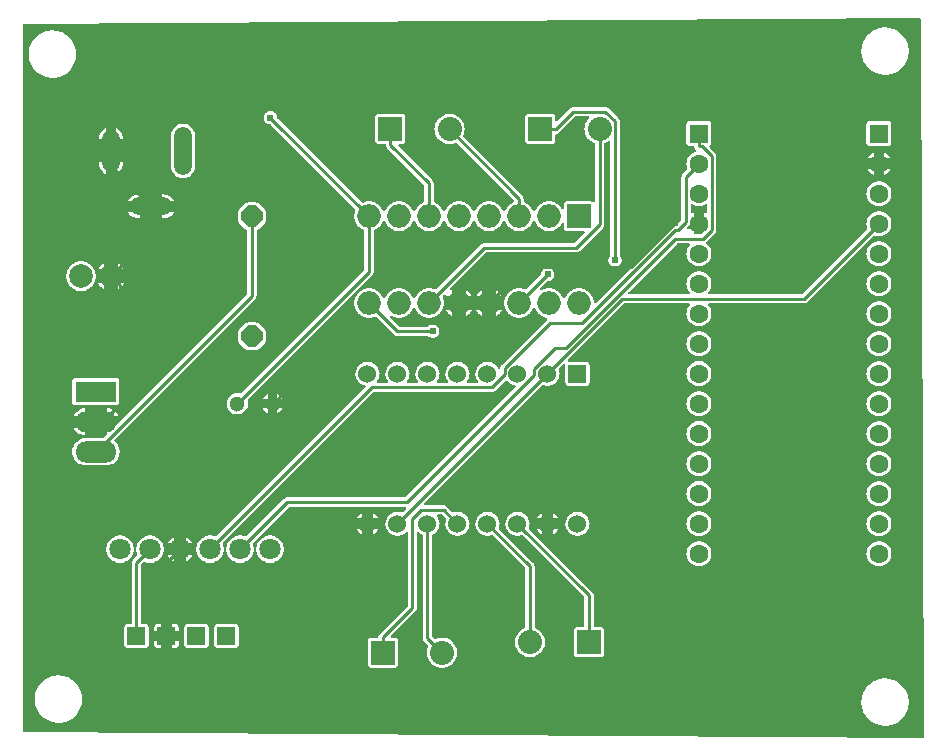
<source format=gbl>
G04 Layer: BottomLayer*
G04 EasyEDA v6.5.34, 2023-08-22 14:58:17*
G04 f83e431953fc400cbb41a7eecddf86f7,363aeda0569944ed908a43946366a132,10*
G04 Gerber Generator version 0.2*
G04 Scale: 100 percent, Rotated: No, Reflected: No *
G04 Dimensions in millimeters *
G04 leading zeros omitted , absolute positions ,4 integer and 5 decimal *
%FSLAX45Y45*%
%MOMM*%

%AMMACRO1*4,1,8,-0.3693,0.8918,-0.8918,0.3693,-0.8918,-0.3693,-0.3693,-0.8918,0.3693,-0.8918,0.8918,-0.3693,0.8918,0.3693,0.3693,0.8918,-0.3693,0.8918,0*%
%ADD10C,0.2600*%
%ADD11C,1.5240*%
%ADD12R,1.5240X1.5240*%
%ADD13R,1.6000X1.6000*%
%ADD14C,1.6000*%
%ADD15C,1.3000*%
%ADD16O,1.499997X3.5999928*%
%ADD17O,3.5999928X1.499997*%
%ADD18O,1.499997X4.0999918*%
%ADD19R,2.0320X2.0320*%
%ADD20C,2.0320*%
%ADD21C,1.8000*%
%ADD22O,1.9999959999999999X1.9999959999999999*%
%ADD23R,2.0000X2.0000*%
%ADD24C,2.0000*%
%ADD25O,3.4999930000000004X1.7999964*%
%ADD26R,3.5000X1.8000*%
%ADD27MACRO1*%
%ADD28C,0.6100*%
%ADD29C,0.0190*%

%LPD*%
G36*
X8345728Y-1523288D02*
G01*
X736041Y-1475435D01*
X732129Y-1474673D01*
X728878Y-1472438D01*
X726694Y-1469186D01*
X725932Y-1465275D01*
X724408Y4510735D01*
X725170Y4514646D01*
X727354Y4517898D01*
X730656Y4520133D01*
X734517Y4520895D01*
X8320633Y4571238D01*
X8324494Y4570526D01*
X8327847Y4568291D01*
X8330031Y4565040D01*
X8330844Y4561128D01*
X8355939Y-1513078D01*
X8355177Y-1516989D01*
X8352942Y-1520291D01*
X8349640Y-1522526D01*
G37*

%LPC*%
G36*
X8031276Y-1420063D02*
G01*
X8050631Y-1418640D01*
X8069732Y-1415389D01*
X8088477Y-1410258D01*
X8106613Y-1403400D01*
X8124037Y-1394764D01*
X8140547Y-1384554D01*
X8155940Y-1372768D01*
X8170164Y-1359509D01*
X8183016Y-1344980D01*
X8194446Y-1329283D01*
X8204301Y-1312570D01*
X8212480Y-1294942D01*
X8218931Y-1276654D01*
X8223554Y-1257808D01*
X8226348Y-1238605D01*
X8227314Y-1219200D01*
X8226348Y-1199794D01*
X8223554Y-1180592D01*
X8218931Y-1161745D01*
X8212480Y-1143457D01*
X8204301Y-1125829D01*
X8194446Y-1109116D01*
X8183016Y-1093419D01*
X8170164Y-1078890D01*
X8155940Y-1065631D01*
X8140547Y-1053846D01*
X8124037Y-1043635D01*
X8106613Y-1034999D01*
X8088477Y-1028141D01*
X8069732Y-1023061D01*
X8050631Y-1019759D01*
X8031276Y-1018336D01*
X8011871Y-1018844D01*
X7992567Y-1021181D01*
X7973618Y-1025347D01*
X7955178Y-1031341D01*
X7937347Y-1039114D01*
X7920380Y-1048562D01*
X7904429Y-1059586D01*
X7889595Y-1072083D01*
X7876031Y-1086002D01*
X7863890Y-1101140D01*
X7853222Y-1117346D01*
X7844231Y-1134567D01*
X7836916Y-1152499D01*
X7831328Y-1171143D01*
X7827619Y-1190193D01*
X7825740Y-1209497D01*
X7825740Y-1228902D01*
X7827619Y-1248206D01*
X7831328Y-1267256D01*
X7836916Y-1285900D01*
X7844231Y-1303883D01*
X7853222Y-1321054D01*
X7863890Y-1337259D01*
X7876031Y-1352397D01*
X7889595Y-1366316D01*
X7904429Y-1378813D01*
X7920380Y-1389837D01*
X7937347Y-1399286D01*
X7955178Y-1407058D01*
X7973618Y-1413052D01*
X7992567Y-1417218D01*
X8011871Y-1419555D01*
G37*
G36*
X1033576Y-1394663D02*
G01*
X1052931Y-1393240D01*
X1072032Y-1389989D01*
X1090777Y-1384858D01*
X1108913Y-1378000D01*
X1126337Y-1369364D01*
X1142847Y-1359154D01*
X1158240Y-1347368D01*
X1172464Y-1334109D01*
X1185316Y-1319580D01*
X1196746Y-1303883D01*
X1206601Y-1287170D01*
X1214780Y-1269542D01*
X1221232Y-1251254D01*
X1225854Y-1232408D01*
X1228648Y-1213205D01*
X1229614Y-1193800D01*
X1228648Y-1174394D01*
X1225854Y-1155192D01*
X1221232Y-1136345D01*
X1214780Y-1118057D01*
X1206601Y-1100429D01*
X1196746Y-1083716D01*
X1185316Y-1068019D01*
X1172464Y-1053490D01*
X1158240Y-1040231D01*
X1142847Y-1028446D01*
X1126337Y-1018235D01*
X1108913Y-1009599D01*
X1090777Y-1002741D01*
X1072032Y-997661D01*
X1052931Y-994359D01*
X1033576Y-992936D01*
X1014171Y-993444D01*
X994867Y-995781D01*
X975918Y-999947D01*
X957478Y-1005941D01*
X939647Y-1013714D01*
X922680Y-1023162D01*
X906729Y-1034186D01*
X891895Y-1046683D01*
X878332Y-1060602D01*
X866190Y-1075740D01*
X855522Y-1091946D01*
X846531Y-1109167D01*
X839216Y-1127099D01*
X833628Y-1145743D01*
X829919Y-1164793D01*
X828040Y-1184097D01*
X828040Y-1203502D01*
X829919Y-1222806D01*
X833628Y-1241856D01*
X839216Y-1260500D01*
X846531Y-1278483D01*
X855522Y-1295654D01*
X866190Y-1311859D01*
X878332Y-1326997D01*
X891895Y-1340916D01*
X906729Y-1353413D01*
X922680Y-1364437D01*
X939647Y-1373886D01*
X957478Y-1381658D01*
X975918Y-1387652D01*
X994867Y-1391818D01*
X1014171Y-1394155D01*
G37*
G36*
X3674668Y-927608D02*
G01*
X3876751Y-927608D01*
X3883050Y-926896D01*
X3888536Y-924966D01*
X3893413Y-921918D01*
X3897528Y-917803D01*
X3900576Y-912926D01*
X3902506Y-907440D01*
X3903218Y-901141D01*
X3903218Y-699058D01*
X3902506Y-692759D01*
X3900576Y-687273D01*
X3897528Y-682396D01*
X3893413Y-678281D01*
X3888536Y-675233D01*
X3883050Y-673303D01*
X3876751Y-672592D01*
X3852113Y-672592D01*
X3848252Y-671830D01*
X3844950Y-669594D01*
X3842765Y-666343D01*
X3841953Y-662432D01*
X3842765Y-658520D01*
X3844950Y-655269D01*
X4053078Y-447141D01*
X4058208Y-440842D01*
X4061815Y-434136D01*
X4064000Y-426872D01*
X4064812Y-418795D01*
X4064812Y211531D01*
X4065524Y215341D01*
X4067657Y218592D01*
X4070858Y220827D01*
X4074617Y221691D01*
X4078478Y221081D01*
X4081779Y219100D01*
X4089654Y211988D01*
X4100880Y204266D01*
X4108399Y200456D01*
X4111345Y198221D01*
X4113326Y195021D01*
X4113987Y191363D01*
X4113987Y-676402D01*
X4114800Y-684479D01*
X4116984Y-691794D01*
X4120591Y-698500D01*
X4125722Y-704799D01*
X4157827Y-736854D01*
X4160062Y-740257D01*
X4160774Y-744220D01*
X4159910Y-748182D01*
X4156862Y-754888D01*
X4152290Y-769569D01*
X4149547Y-784707D01*
X4148582Y-800100D01*
X4149547Y-815492D01*
X4152290Y-830630D01*
X4156862Y-845312D01*
X4163212Y-859332D01*
X4171187Y-872540D01*
X4180687Y-884631D01*
X4191558Y-895502D01*
X4203649Y-905002D01*
X4216857Y-912977D01*
X4230878Y-919327D01*
X4245559Y-923899D01*
X4260697Y-926642D01*
X4276090Y-927608D01*
X4291482Y-926642D01*
X4306620Y-923899D01*
X4321302Y-919327D01*
X4335322Y-912977D01*
X4348530Y-905002D01*
X4360621Y-895502D01*
X4371492Y-884631D01*
X4380992Y-872540D01*
X4388967Y-859332D01*
X4395317Y-845312D01*
X4399889Y-830630D01*
X4402632Y-815492D01*
X4403598Y-800100D01*
X4402632Y-784707D01*
X4399889Y-769569D01*
X4395317Y-754888D01*
X4388967Y-740867D01*
X4380992Y-727659D01*
X4371492Y-715568D01*
X4360621Y-704697D01*
X4348530Y-695198D01*
X4335322Y-687222D01*
X4321302Y-680872D01*
X4306620Y-676300D01*
X4291482Y-673557D01*
X4276090Y-672592D01*
X4260697Y-673557D01*
X4245559Y-676300D01*
X4230878Y-680872D01*
X4224172Y-683920D01*
X4220210Y-684784D01*
X4216247Y-684072D01*
X4212844Y-681837D01*
X4194759Y-663752D01*
X4192574Y-660450D01*
X4191812Y-656590D01*
X4191812Y191363D01*
X4192473Y195021D01*
X4194454Y198221D01*
X4197400Y200456D01*
X4204919Y204266D01*
X4216146Y211988D01*
X4226306Y221132D01*
X4235094Y231546D01*
X4242409Y243027D01*
X4248150Y255422D01*
X4252214Y268427D01*
X4254449Y281889D01*
X4254906Y295503D01*
X4253585Y309067D01*
X4250385Y322326D01*
X4245508Y335076D01*
X4238955Y347014D01*
X4234129Y353568D01*
X4232300Y357682D01*
X4232452Y362102D01*
X4234434Y366064D01*
X4237939Y368808D01*
X4242308Y369773D01*
X4269994Y369773D01*
X4273854Y369011D01*
X4277156Y366826D01*
X4308144Y335838D01*
X4310278Y332638D01*
X4311091Y328828D01*
X4310430Y325018D01*
X4309414Y322326D01*
X4306214Y309067D01*
X4304893Y295503D01*
X4305350Y281889D01*
X4307586Y268427D01*
X4311650Y255422D01*
X4317390Y243027D01*
X4324705Y231546D01*
X4333494Y221132D01*
X4343654Y211988D01*
X4354880Y204266D01*
X4367022Y198120D01*
X4379925Y193649D01*
X4393285Y190906D01*
X4406900Y189992D01*
X4420514Y190906D01*
X4433874Y193649D01*
X4446778Y198120D01*
X4458919Y204266D01*
X4470146Y211988D01*
X4480306Y221132D01*
X4489094Y231546D01*
X4496409Y243027D01*
X4502150Y255422D01*
X4506214Y268427D01*
X4508449Y281889D01*
X4508906Y295503D01*
X4507585Y309067D01*
X4504385Y322326D01*
X4499508Y335076D01*
X4492955Y347014D01*
X4484878Y357987D01*
X4475378Y367792D01*
X4464659Y376275D01*
X4452924Y383235D01*
X4440377Y388518D01*
X4427220Y392125D01*
X4413707Y393954D01*
X4400092Y393954D01*
X4386580Y392125D01*
X4372864Y388416D01*
X4369358Y388061D01*
X4365904Y388975D01*
X4363008Y391007D01*
X4318203Y435864D01*
X4311904Y440994D01*
X4305198Y444601D01*
X4297883Y446785D01*
X4289806Y447598D01*
X4133951Y447598D01*
X4130040Y448360D01*
X4126737Y450545D01*
X4124553Y453847D01*
X4123791Y457758D01*
X4124553Y461619D01*
X4126737Y464921D01*
X5125212Y1463395D01*
X5128310Y1465529D01*
X5132019Y1466342D01*
X5135727Y1465783D01*
X5141925Y1463649D01*
X5155285Y1460906D01*
X5168900Y1459992D01*
X5182514Y1460906D01*
X5195874Y1463649D01*
X5208778Y1468120D01*
X5220919Y1474266D01*
X5232146Y1481988D01*
X5242306Y1491132D01*
X5251094Y1501546D01*
X5258409Y1513027D01*
X5264150Y1525422D01*
X5268214Y1538427D01*
X5270449Y1551889D01*
X5270906Y1565503D01*
X5269585Y1579067D01*
X5266385Y1592326D01*
X5265369Y1595018D01*
X5264708Y1598828D01*
X5265521Y1602638D01*
X5267655Y1605838D01*
X5303469Y1641602D01*
X5306720Y1643837D01*
X5310632Y1644599D01*
X5314543Y1643837D01*
X5317794Y1641602D01*
X5320030Y1638350D01*
X5320792Y1634439D01*
X5320792Y1486458D01*
X5321503Y1480159D01*
X5323433Y1474673D01*
X5326481Y1469796D01*
X5330596Y1465681D01*
X5335473Y1462633D01*
X5340959Y1460703D01*
X5347258Y1459992D01*
X5498541Y1459992D01*
X5504840Y1460703D01*
X5510326Y1462633D01*
X5515203Y1465681D01*
X5519318Y1469796D01*
X5522366Y1474673D01*
X5524296Y1480159D01*
X5525008Y1486458D01*
X5525008Y1637741D01*
X5524296Y1644040D01*
X5522366Y1649526D01*
X5519318Y1654403D01*
X5515203Y1658518D01*
X5510326Y1661566D01*
X5504840Y1663496D01*
X5498541Y1664207D01*
X5350560Y1664207D01*
X5346649Y1664970D01*
X5343398Y1667205D01*
X5341162Y1670456D01*
X5340400Y1674368D01*
X5341162Y1678279D01*
X5343398Y1681530D01*
X5817057Y2155240D01*
X5820359Y2157425D01*
X5824220Y2158187D01*
X6365900Y2158187D01*
X6369659Y2157476D01*
X6372910Y2155393D01*
X6375146Y2152243D01*
X6376060Y2148484D01*
X6375501Y2144674D01*
X6373520Y2141321D01*
X6367627Y2134616D01*
X6359956Y2123084D01*
X6353810Y2110689D01*
X6349390Y2097582D01*
X6346647Y2083968D01*
X6345783Y2070150D01*
X6346647Y2056333D01*
X6349390Y2042769D01*
X6353810Y2029612D01*
X6359956Y2017217D01*
X6367627Y2005685D01*
X6376771Y1995271D01*
X6387185Y1986127D01*
X6398717Y1978456D01*
X6411112Y1972310D01*
X6424218Y1967890D01*
X6437833Y1965198D01*
X6451650Y1964283D01*
X6465468Y1965198D01*
X6479032Y1967890D01*
X6492189Y1972310D01*
X6504584Y1978456D01*
X6516116Y1986127D01*
X6526530Y1995271D01*
X6535674Y2005685D01*
X6543344Y2017217D01*
X6549491Y2029612D01*
X6553911Y2042769D01*
X6556603Y2056333D01*
X6557518Y2070150D01*
X6556603Y2083968D01*
X6553911Y2097582D01*
X6549491Y2110689D01*
X6543344Y2123084D01*
X6535674Y2134616D01*
X6529781Y2141321D01*
X6527800Y2144674D01*
X6527241Y2148484D01*
X6528155Y2152243D01*
X6530390Y2155393D01*
X6533591Y2157476D01*
X6537401Y2158187D01*
X7340092Y2158187D01*
X7348169Y2159000D01*
X7355484Y2161184D01*
X7362190Y2164791D01*
X7368489Y2169922D01*
X7928864Y2730347D01*
X7931962Y2732481D01*
X7935620Y2733344D01*
X7939328Y2732786D01*
X7948218Y2729788D01*
X7961833Y2727045D01*
X7975650Y2726182D01*
X7989468Y2727045D01*
X8003031Y2729788D01*
X8016189Y2734208D01*
X8028584Y2740355D01*
X8040116Y2748026D01*
X8050530Y2757170D01*
X8059674Y2767584D01*
X8067344Y2779115D01*
X8073491Y2791510D01*
X8077911Y2804617D01*
X8080603Y2818231D01*
X8081518Y2832049D01*
X8080603Y2845866D01*
X8077911Y2859430D01*
X8073491Y2872587D01*
X8067344Y2884982D01*
X8059674Y2896514D01*
X8050530Y2906928D01*
X8040116Y2916072D01*
X8028584Y2923743D01*
X8016189Y2929890D01*
X8003031Y2934309D01*
X7989468Y2937002D01*
X7975650Y2937916D01*
X7961833Y2937002D01*
X7948218Y2934309D01*
X7935112Y2929890D01*
X7922717Y2923743D01*
X7911185Y2916072D01*
X7900771Y2906928D01*
X7891627Y2896514D01*
X7883956Y2884982D01*
X7877809Y2872587D01*
X7873390Y2859430D01*
X7870647Y2845866D01*
X7869783Y2832049D01*
X7870647Y2818231D01*
X7873390Y2804617D01*
X7876336Y2795879D01*
X7876895Y2792171D01*
X7876031Y2788513D01*
X7873898Y2785414D01*
X7327442Y2238959D01*
X7324140Y2236774D01*
X7320280Y2236012D01*
X6537299Y2236012D01*
X6533540Y2236724D01*
X6530289Y2238806D01*
X6528054Y2241956D01*
X6527139Y2245715D01*
X6527698Y2249525D01*
X6529679Y2252878D01*
X6535623Y2259634D01*
X6543294Y2271166D01*
X6549440Y2283561D01*
X6553860Y2296718D01*
X6556552Y2310282D01*
X6557467Y2324100D01*
X6556552Y2337917D01*
X6553860Y2351481D01*
X6549440Y2364638D01*
X6543294Y2377033D01*
X6535623Y2388565D01*
X6526479Y2398979D01*
X6516065Y2408123D01*
X6504533Y2415794D01*
X6492138Y2421940D01*
X6478981Y2426360D01*
X6465417Y2429103D01*
X6451600Y2429967D01*
X6437782Y2429103D01*
X6424168Y2426360D01*
X6411061Y2421940D01*
X6398666Y2415794D01*
X6387134Y2408123D01*
X6376720Y2398979D01*
X6367576Y2388565D01*
X6359906Y2377033D01*
X6353759Y2364638D01*
X6349339Y2351481D01*
X6346596Y2337917D01*
X6345732Y2324100D01*
X6346596Y2310282D01*
X6349339Y2296718D01*
X6353759Y2283561D01*
X6359906Y2271166D01*
X6367576Y2259634D01*
X6373520Y2252878D01*
X6375501Y2249525D01*
X6376060Y2245715D01*
X6375146Y2241956D01*
X6372910Y2238806D01*
X6369659Y2236724D01*
X6365900Y2236012D01*
X5862675Y2236012D01*
X5858764Y2236774D01*
X5855462Y2238959D01*
X5853277Y2242261D01*
X5852515Y2246172D01*
X5853277Y2250033D01*
X5855462Y2253335D01*
X6265367Y2663240D01*
X6268669Y2665425D01*
X6272530Y2666187D01*
X6365900Y2666187D01*
X6369659Y2665476D01*
X6372910Y2663393D01*
X6375146Y2660243D01*
X6376060Y2656484D01*
X6375501Y2652674D01*
X6373520Y2649321D01*
X6367627Y2642616D01*
X6359956Y2631084D01*
X6353810Y2618689D01*
X6349390Y2605532D01*
X6346647Y2591968D01*
X6345783Y2578150D01*
X6346647Y2564333D01*
X6349390Y2550769D01*
X6353810Y2537612D01*
X6359956Y2525217D01*
X6367627Y2513685D01*
X6376771Y2503271D01*
X6387185Y2494127D01*
X6398717Y2486456D01*
X6411112Y2480310D01*
X6424218Y2475890D01*
X6437833Y2473147D01*
X6451650Y2472283D01*
X6465468Y2473147D01*
X6479032Y2475890D01*
X6492189Y2480310D01*
X6504584Y2486456D01*
X6516116Y2494127D01*
X6526530Y2503271D01*
X6535674Y2513685D01*
X6543344Y2525217D01*
X6549491Y2537612D01*
X6553911Y2550769D01*
X6556603Y2564333D01*
X6557518Y2578150D01*
X6556603Y2591968D01*
X6553911Y2605532D01*
X6549491Y2618689D01*
X6543344Y2631084D01*
X6535674Y2642616D01*
X6526530Y2653030D01*
X6516116Y2662123D01*
X6513525Y2665628D01*
X6512661Y2669946D01*
X6513677Y2674162D01*
X6516776Y2677922D01*
X6588099Y2749245D01*
X6593281Y2755544D01*
X6596837Y2762250D01*
X6599072Y2769565D01*
X6599834Y2777642D01*
X6599834Y3402482D01*
X6599072Y3410559D01*
X6596837Y3417824D01*
X6593281Y3424529D01*
X6588099Y3430828D01*
X6542785Y3476142D01*
X6540754Y3479139D01*
X6539839Y3482644D01*
X6540246Y3486251D01*
X6541922Y3489451D01*
X6544564Y3491941D01*
X6547713Y3493871D01*
X6551828Y3497986D01*
X6554876Y3502863D01*
X6556806Y3508349D01*
X6557518Y3514648D01*
X6557518Y3673551D01*
X6556806Y3679850D01*
X6554876Y3685336D01*
X6551828Y3690213D01*
X6547713Y3694328D01*
X6542836Y3697376D01*
X6537350Y3699306D01*
X6531051Y3700018D01*
X6372148Y3700018D01*
X6365849Y3699306D01*
X6360363Y3697376D01*
X6355486Y3694328D01*
X6351371Y3690213D01*
X6348323Y3685336D01*
X6346393Y3679850D01*
X6345682Y3673551D01*
X6345682Y3514648D01*
X6346393Y3508349D01*
X6348323Y3502863D01*
X6351371Y3497986D01*
X6355486Y3493871D01*
X6360363Y3490823D01*
X6365849Y3488893D01*
X6372148Y3488182D01*
X6403238Y3488182D01*
X6406896Y3487521D01*
X6410045Y3485540D01*
X6412280Y3482594D01*
X6413500Y3477463D01*
X6415684Y3470198D01*
X6419291Y3463493D01*
X6424574Y3457041D01*
X6426454Y3453587D01*
X6426860Y3449726D01*
X6425793Y3445967D01*
X6423355Y3442868D01*
X6420002Y3440937D01*
X6411061Y3437940D01*
X6398666Y3431794D01*
X6387134Y3424123D01*
X6376720Y3414979D01*
X6367576Y3404565D01*
X6359906Y3393033D01*
X6353759Y3380638D01*
X6349339Y3367481D01*
X6346596Y3353917D01*
X6345732Y3340100D01*
X6346596Y3326282D01*
X6349339Y3312718D01*
X6352336Y3303879D01*
X6352844Y3300171D01*
X6351981Y3296513D01*
X6349898Y3293414D01*
X6314592Y3258159D01*
X6309461Y3251860D01*
X6305854Y3245154D01*
X6303670Y3237839D01*
X6302857Y3229762D01*
X6302857Y2865526D01*
X6302095Y2861665D01*
X6299911Y2858363D01*
X6262370Y2820822D01*
X6259068Y2818638D01*
X6255207Y2817876D01*
X6251346Y2817876D01*
X6243269Y2817063D01*
X6235954Y2814878D01*
X6229248Y2811272D01*
X6222949Y2806141D01*
X5578297Y2161438D01*
X5575096Y2159254D01*
X5571286Y2158441D01*
X5567476Y2159101D01*
X5564225Y2161133D01*
X5561939Y2164283D01*
X5560974Y2167991D01*
X5560568Y2174443D01*
X5557824Y2189429D01*
X5553303Y2203958D01*
X5547055Y2217775D01*
X5539181Y2230780D01*
X5529834Y2242769D01*
X5519064Y2253538D01*
X5507126Y2262886D01*
X5494121Y2270760D01*
X5480253Y2277008D01*
X5465724Y2281529D01*
X5450789Y2284272D01*
X5435600Y2285187D01*
X5420410Y2284272D01*
X5405475Y2281529D01*
X5390946Y2277008D01*
X5377078Y2270760D01*
X5364073Y2262886D01*
X5352135Y2253538D01*
X5341366Y2242769D01*
X5332018Y2230780D01*
X5324144Y2217775D01*
X5317845Y2203856D01*
X5315661Y2200706D01*
X5312410Y2198624D01*
X5308600Y2197862D01*
X5304790Y2198624D01*
X5301538Y2200706D01*
X5299354Y2203856D01*
X5293055Y2217775D01*
X5285181Y2230780D01*
X5275834Y2242769D01*
X5265064Y2253538D01*
X5253126Y2262886D01*
X5240121Y2270760D01*
X5226253Y2277008D01*
X5211724Y2281529D01*
X5196789Y2284272D01*
X5181600Y2285187D01*
X5166410Y2284272D01*
X5151475Y2281529D01*
X5136946Y2277008D01*
X5123078Y2270760D01*
X5121351Y2269693D01*
X5117388Y2268321D01*
X5113223Y2268626D01*
X5109565Y2270607D01*
X5106974Y2273909D01*
X5105908Y2277973D01*
X5106619Y2282088D01*
X5108905Y2285593D01*
X5166461Y2343150D01*
X5169357Y2345182D01*
X5172760Y2346096D01*
X5180380Y2346756D01*
X5189880Y2349296D01*
X5198770Y2353462D01*
X5206796Y2359101D01*
X5213756Y2366060D01*
X5219395Y2374087D01*
X5223560Y2382977D01*
X5226100Y2392476D01*
X5226964Y2402281D01*
X5226100Y2412085D01*
X5223560Y2421585D01*
X5219395Y2430475D01*
X5213756Y2438501D01*
X5206796Y2445461D01*
X5198770Y2451100D01*
X5189880Y2455265D01*
X5180380Y2457805D01*
X5170576Y2458669D01*
X5160772Y2457805D01*
X5151272Y2455265D01*
X5142382Y2451100D01*
X5134356Y2445461D01*
X5127396Y2438501D01*
X5121757Y2430475D01*
X5117592Y2421585D01*
X5115052Y2412085D01*
X5114391Y2404465D01*
X5113477Y2401062D01*
X5111445Y2398166D01*
X4989626Y2276348D01*
X4986223Y2274112D01*
X4982260Y2273401D01*
X4978298Y2274265D01*
X4972253Y2277008D01*
X4957724Y2281529D01*
X4942789Y2284272D01*
X4927600Y2285187D01*
X4912410Y2284272D01*
X4897475Y2281529D01*
X4882946Y2277008D01*
X4869078Y2270760D01*
X4856073Y2262886D01*
X4844135Y2253538D01*
X4833366Y2242769D01*
X4824018Y2230780D01*
X4816144Y2217775D01*
X4809845Y2203856D01*
X4805375Y2189429D01*
X4802632Y2174443D01*
X4801717Y2159304D01*
X4802632Y2144115D01*
X4805375Y2129180D01*
X4809845Y2114702D01*
X4816144Y2100783D01*
X4824018Y2087778D01*
X4833366Y2075789D01*
X4844135Y2065070D01*
X4856073Y2055672D01*
X4869078Y2047798D01*
X4882946Y2041601D01*
X4897475Y2037080D01*
X4912410Y2034336D01*
X4927600Y2033422D01*
X4942789Y2034336D01*
X4957724Y2037080D01*
X4972253Y2041601D01*
X4986121Y2047798D01*
X4999126Y2055672D01*
X5011064Y2065070D01*
X5021834Y2075789D01*
X5031181Y2087778D01*
X5039055Y2100783D01*
X5045354Y2114702D01*
X5047538Y2117852D01*
X5050790Y2119985D01*
X5054600Y2120696D01*
X5058410Y2119985D01*
X5061661Y2117852D01*
X5063845Y2114702D01*
X5070144Y2100783D01*
X5078018Y2087778D01*
X5087366Y2075789D01*
X5098135Y2065070D01*
X5110073Y2055672D01*
X5123078Y2047798D01*
X5136946Y2041601D01*
X5151475Y2037080D01*
X5157266Y2036013D01*
X5161330Y2034286D01*
X5164277Y2031034D01*
X5165598Y2026869D01*
X5164988Y2022500D01*
X5162651Y2018792D01*
X4781854Y1638046D01*
X4776673Y1631746D01*
X4773117Y1625041D01*
X4770882Y1617726D01*
X4770424Y1612798D01*
X4769104Y1608734D01*
X4766259Y1605584D01*
X4762347Y1603857D01*
X4758080Y1603908D01*
X4754168Y1605686D01*
X4751374Y1608937D01*
X4746955Y1617014D01*
X4738878Y1627987D01*
X4729378Y1637792D01*
X4718659Y1646275D01*
X4706924Y1653235D01*
X4694377Y1658518D01*
X4681220Y1662125D01*
X4667707Y1663954D01*
X4654092Y1663954D01*
X4640580Y1662125D01*
X4627422Y1658518D01*
X4614875Y1653235D01*
X4603140Y1646275D01*
X4592421Y1637792D01*
X4582922Y1627987D01*
X4574844Y1617014D01*
X4568291Y1605076D01*
X4563414Y1592326D01*
X4560214Y1579067D01*
X4558893Y1565503D01*
X4559350Y1551889D01*
X4561586Y1538427D01*
X4565650Y1525422D01*
X4571390Y1513027D01*
X4581144Y1497533D01*
X4581702Y1493723D01*
X4580737Y1490014D01*
X4578502Y1486916D01*
X4575302Y1484884D01*
X4571542Y1484122D01*
X4496257Y1484122D01*
X4492498Y1484884D01*
X4489297Y1486916D01*
X4487062Y1490014D01*
X4486148Y1493723D01*
X4486656Y1497533D01*
X4496409Y1513027D01*
X4502150Y1525422D01*
X4506214Y1538427D01*
X4508449Y1551889D01*
X4508906Y1565503D01*
X4507585Y1579067D01*
X4504385Y1592326D01*
X4499508Y1605076D01*
X4492955Y1617014D01*
X4484878Y1627987D01*
X4475378Y1637792D01*
X4464659Y1646275D01*
X4452924Y1653235D01*
X4440377Y1658518D01*
X4427220Y1662125D01*
X4413707Y1663954D01*
X4400092Y1663954D01*
X4386580Y1662125D01*
X4373422Y1658518D01*
X4360875Y1653235D01*
X4349140Y1646275D01*
X4338421Y1637792D01*
X4328922Y1627987D01*
X4320844Y1617014D01*
X4314291Y1605076D01*
X4309414Y1592326D01*
X4306214Y1579067D01*
X4304893Y1565503D01*
X4305350Y1551889D01*
X4307586Y1538427D01*
X4311650Y1525422D01*
X4317390Y1513027D01*
X4327144Y1497533D01*
X4327702Y1493723D01*
X4326737Y1490014D01*
X4324502Y1486916D01*
X4321302Y1484884D01*
X4317542Y1484122D01*
X4242257Y1484122D01*
X4238498Y1484884D01*
X4235297Y1486916D01*
X4233062Y1490014D01*
X4232097Y1493723D01*
X4232656Y1497533D01*
X4242409Y1513027D01*
X4248150Y1525422D01*
X4252214Y1538427D01*
X4254449Y1551889D01*
X4254906Y1565503D01*
X4253585Y1579067D01*
X4250385Y1592326D01*
X4245508Y1605076D01*
X4238955Y1617014D01*
X4230878Y1627987D01*
X4221378Y1637792D01*
X4210659Y1646275D01*
X4198924Y1653235D01*
X4186377Y1658518D01*
X4173220Y1662125D01*
X4159707Y1663954D01*
X4146092Y1663954D01*
X4132579Y1662125D01*
X4119422Y1658518D01*
X4106875Y1653235D01*
X4095140Y1646275D01*
X4084421Y1637792D01*
X4074922Y1627987D01*
X4066844Y1617014D01*
X4060291Y1605076D01*
X4055414Y1592326D01*
X4052214Y1579067D01*
X4050893Y1565503D01*
X4051350Y1551889D01*
X4053586Y1538427D01*
X4057650Y1525422D01*
X4063390Y1513027D01*
X4073144Y1497533D01*
X4073702Y1493723D01*
X4072737Y1490014D01*
X4070502Y1486916D01*
X4067301Y1484884D01*
X4063542Y1484122D01*
X3988257Y1484122D01*
X3984498Y1484884D01*
X3981297Y1486916D01*
X3979062Y1490014D01*
X3978097Y1493723D01*
X3978656Y1497533D01*
X3988409Y1513027D01*
X3994150Y1525422D01*
X3998214Y1538427D01*
X4000449Y1551889D01*
X4000906Y1565503D01*
X3999585Y1579067D01*
X3996385Y1592326D01*
X3991508Y1605076D01*
X3984955Y1617014D01*
X3976878Y1627987D01*
X3967378Y1637792D01*
X3956659Y1646275D01*
X3944924Y1653235D01*
X3932377Y1658518D01*
X3919220Y1662125D01*
X3905707Y1663954D01*
X3892092Y1663954D01*
X3878579Y1662125D01*
X3865422Y1658518D01*
X3852875Y1653235D01*
X3841140Y1646275D01*
X3830421Y1637792D01*
X3820922Y1627987D01*
X3812844Y1617014D01*
X3806291Y1605076D01*
X3801414Y1592326D01*
X3798214Y1579067D01*
X3796893Y1565503D01*
X3797350Y1551889D01*
X3799586Y1538427D01*
X3803650Y1525422D01*
X3809390Y1513027D01*
X3819144Y1497533D01*
X3819702Y1493723D01*
X3818737Y1490014D01*
X3816502Y1486916D01*
X3813301Y1484884D01*
X3809542Y1484122D01*
X3734257Y1484122D01*
X3730498Y1484884D01*
X3727297Y1486916D01*
X3725062Y1490014D01*
X3724097Y1493723D01*
X3724656Y1497533D01*
X3734409Y1513027D01*
X3740150Y1525422D01*
X3744214Y1538427D01*
X3746449Y1551889D01*
X3746906Y1565503D01*
X3745585Y1579067D01*
X3742385Y1592326D01*
X3737508Y1605076D01*
X3730955Y1617014D01*
X3722878Y1627987D01*
X3713378Y1637792D01*
X3702659Y1646275D01*
X3690924Y1653235D01*
X3678377Y1658518D01*
X3665220Y1662125D01*
X3651707Y1663954D01*
X3638092Y1663954D01*
X3624579Y1662125D01*
X3611422Y1658518D01*
X3598875Y1653235D01*
X3587140Y1646275D01*
X3576421Y1637792D01*
X3566922Y1627987D01*
X3558844Y1617014D01*
X3552291Y1605076D01*
X3547414Y1592326D01*
X3544214Y1579067D01*
X3542893Y1565503D01*
X3543350Y1551889D01*
X3545586Y1538427D01*
X3549650Y1525422D01*
X3555390Y1513027D01*
X3562705Y1501546D01*
X3571494Y1491132D01*
X3581654Y1481988D01*
X3592880Y1474266D01*
X3605022Y1468120D01*
X3617925Y1463649D01*
X3620922Y1463040D01*
X3624884Y1461262D01*
X3627780Y1458010D01*
X3628999Y1453845D01*
X3628440Y1449578D01*
X3626053Y1445920D01*
X2365806Y185623D01*
X2362555Y183438D01*
X2358745Y182676D01*
X2354884Y183388D01*
X2347214Y186436D01*
X2333091Y190042D01*
X2318664Y191871D01*
X2304135Y191871D01*
X2289708Y190042D01*
X2275586Y186436D01*
X2262073Y181051D01*
X2249322Y174040D01*
X2237536Y165506D01*
X2226919Y155549D01*
X2217623Y144322D01*
X2209850Y132029D01*
X2203653Y118872D01*
X2199132Y105003D01*
X2196439Y90728D01*
X2195525Y76200D01*
X2196439Y61671D01*
X2199132Y47396D01*
X2203653Y33528D01*
X2209850Y20370D01*
X2217623Y8077D01*
X2226919Y-3149D01*
X2237536Y-13106D01*
X2249322Y-21640D01*
X2262073Y-28651D01*
X2275586Y-34036D01*
X2289708Y-37642D01*
X2304135Y-39471D01*
X2318664Y-39471D01*
X2333091Y-37642D01*
X2347214Y-34036D01*
X2360726Y-28651D01*
X2373477Y-21640D01*
X2385263Y-13106D01*
X2395880Y-3149D01*
X2405176Y8077D01*
X2412949Y20370D01*
X2419146Y33528D01*
X2423668Y47396D01*
X2426360Y61671D01*
X2427274Y76200D01*
X2426360Y90728D01*
X2423668Y105003D01*
X2418994Y119227D01*
X2418029Y123240D01*
X2418740Y127304D01*
X2420975Y130759D01*
X3693566Y1403350D01*
X3696868Y1405534D01*
X3700779Y1406347D01*
X4696866Y1406347D01*
X4704943Y1407109D01*
X4712258Y1409344D01*
X4718964Y1412900D01*
X4725263Y1418082D01*
X4814417Y1507236D01*
X4818227Y1509674D01*
X4822698Y1510182D01*
X4826965Y1508709D01*
X4830165Y1505559D01*
X4832705Y1501546D01*
X4841494Y1491132D01*
X4851654Y1481988D01*
X4862880Y1474266D01*
X4875022Y1468120D01*
X4887925Y1463649D01*
X4891532Y1462887D01*
X4895494Y1461160D01*
X4898390Y1457909D01*
X4899609Y1453743D01*
X4899050Y1449425D01*
X4896662Y1445768D01*
X3967987Y517093D01*
X3964686Y514908D01*
X3960825Y514096D01*
X2964891Y514096D01*
X2956814Y513334D01*
X2949549Y511098D01*
X2942844Y507542D01*
X2936544Y502361D01*
X2619806Y185623D01*
X2616555Y183438D01*
X2612745Y182676D01*
X2608884Y183388D01*
X2601214Y186436D01*
X2587091Y190042D01*
X2572664Y191871D01*
X2558135Y191871D01*
X2543708Y190042D01*
X2529586Y186436D01*
X2516073Y181051D01*
X2503322Y174040D01*
X2491536Y165506D01*
X2480919Y155549D01*
X2471623Y144322D01*
X2463850Y132029D01*
X2457653Y118872D01*
X2453132Y105003D01*
X2450439Y90728D01*
X2449525Y76200D01*
X2450439Y61671D01*
X2453132Y47396D01*
X2457653Y33528D01*
X2463850Y20370D01*
X2471623Y8077D01*
X2480919Y-3149D01*
X2491536Y-13106D01*
X2503322Y-21640D01*
X2516073Y-28651D01*
X2529586Y-34036D01*
X2543708Y-37642D01*
X2558135Y-39471D01*
X2572664Y-39471D01*
X2587091Y-37642D01*
X2601214Y-34036D01*
X2614726Y-28651D01*
X2627477Y-21640D01*
X2639263Y-13106D01*
X2649880Y-3149D01*
X2659176Y8077D01*
X2666949Y20370D01*
X2673146Y33528D01*
X2677668Y47396D01*
X2680360Y61671D01*
X2681274Y76200D01*
X2680360Y90728D01*
X2677668Y105003D01*
X2672994Y119227D01*
X2672029Y123240D01*
X2672740Y127304D01*
X2674975Y130759D01*
X2977540Y433324D01*
X2980842Y435508D01*
X2984754Y436321D01*
X3963568Y436321D01*
X3967429Y435508D01*
X3970731Y433324D01*
X3972915Y430022D01*
X3973728Y426161D01*
X3972915Y422249D01*
X3970731Y418947D01*
X3942791Y391007D01*
X3939895Y388975D01*
X3936441Y388061D01*
X3932936Y388416D01*
X3919220Y392125D01*
X3905707Y393954D01*
X3892092Y393954D01*
X3878579Y392125D01*
X3865422Y388518D01*
X3852875Y383235D01*
X3841140Y376275D01*
X3830421Y367792D01*
X3820922Y357987D01*
X3812844Y347014D01*
X3806291Y335076D01*
X3801414Y322326D01*
X3798214Y309067D01*
X3796893Y295503D01*
X3797350Y281889D01*
X3799586Y268427D01*
X3803650Y255422D01*
X3809390Y243027D01*
X3816705Y231546D01*
X3825494Y221132D01*
X3835654Y211988D01*
X3846880Y204266D01*
X3859022Y198120D01*
X3871925Y193649D01*
X3885285Y190906D01*
X3898900Y189992D01*
X3912514Y190906D01*
X3925874Y193649D01*
X3938778Y198120D01*
X3950919Y204266D01*
X3962146Y211988D01*
X3970020Y219100D01*
X3973322Y221081D01*
X3977182Y221691D01*
X3980942Y220827D01*
X3984142Y218592D01*
X3986276Y215341D01*
X3986987Y211531D01*
X3986987Y-398932D01*
X3986225Y-402844D01*
X3984040Y-406146D01*
X3748532Y-641604D01*
X3743401Y-647903D01*
X3739794Y-654608D01*
X3737610Y-661873D01*
X3736390Y-667004D01*
X3734155Y-669950D01*
X3731006Y-671931D01*
X3727348Y-672592D01*
X3674668Y-672592D01*
X3668369Y-673303D01*
X3662883Y-675233D01*
X3658006Y-678281D01*
X3653891Y-682396D01*
X3650843Y-687273D01*
X3648913Y-692759D01*
X3648201Y-699058D01*
X3648201Y-901141D01*
X3648913Y-907440D01*
X3650843Y-912926D01*
X3653891Y-917803D01*
X3658006Y-921918D01*
X3662883Y-924966D01*
X3668369Y-926896D01*
G37*
G36*
X5020310Y-838708D02*
G01*
X5035702Y-837742D01*
X5050840Y-834999D01*
X5065522Y-830427D01*
X5079542Y-824077D01*
X5092750Y-816102D01*
X5104841Y-806602D01*
X5115712Y-795731D01*
X5125212Y-783640D01*
X5133187Y-770432D01*
X5139537Y-756412D01*
X5144109Y-741730D01*
X5146852Y-726592D01*
X5147818Y-711200D01*
X5146852Y-695807D01*
X5144109Y-680669D01*
X5139537Y-665988D01*
X5133187Y-651967D01*
X5125212Y-638759D01*
X5115712Y-626668D01*
X5104841Y-615797D01*
X5092750Y-606298D01*
X5079542Y-598322D01*
X5065217Y-591870D01*
X5062067Y-589635D01*
X5059934Y-586384D01*
X5059222Y-582574D01*
X5059222Y-67818D01*
X5058410Y-59740D01*
X5056225Y-52425D01*
X5052618Y-45720D01*
X5047488Y-39420D01*
X4759655Y248361D01*
X4757572Y251358D01*
X4756708Y254914D01*
X4757166Y258571D01*
X4760214Y268427D01*
X4762449Y281889D01*
X4762906Y295503D01*
X4761585Y309067D01*
X4758385Y322326D01*
X4753508Y335076D01*
X4746955Y347014D01*
X4738878Y357987D01*
X4729378Y367792D01*
X4718659Y376275D01*
X4706924Y383235D01*
X4694377Y388518D01*
X4681220Y392125D01*
X4667707Y393954D01*
X4654092Y393954D01*
X4640580Y392125D01*
X4627422Y388518D01*
X4614875Y383235D01*
X4603140Y376275D01*
X4592421Y367792D01*
X4582922Y357987D01*
X4574844Y347014D01*
X4568291Y335076D01*
X4563414Y322326D01*
X4560214Y309067D01*
X4558893Y295503D01*
X4559350Y281889D01*
X4561586Y268427D01*
X4565650Y255422D01*
X4571390Y243027D01*
X4578705Y231546D01*
X4587494Y221132D01*
X4597654Y211988D01*
X4608880Y204266D01*
X4621022Y198120D01*
X4633925Y193649D01*
X4647285Y190906D01*
X4660900Y189992D01*
X4674514Y190906D01*
X4687874Y193649D01*
X4694072Y195783D01*
X4697780Y196342D01*
X4701489Y195529D01*
X4704588Y193395D01*
X4978450Y-80467D01*
X4980635Y-83769D01*
X4981397Y-87630D01*
X4981397Y-582574D01*
X4980686Y-586384D01*
X4978552Y-589635D01*
X4975402Y-591870D01*
X4961077Y-598322D01*
X4947869Y-606298D01*
X4935778Y-615797D01*
X4924907Y-626668D01*
X4915408Y-638759D01*
X4907432Y-651967D01*
X4901082Y-665988D01*
X4896510Y-680669D01*
X4893767Y-695807D01*
X4892802Y-711200D01*
X4893767Y-726592D01*
X4896510Y-741730D01*
X4901082Y-756412D01*
X4907432Y-770432D01*
X4915408Y-783640D01*
X4924907Y-795731D01*
X4935778Y-806602D01*
X4947869Y-816102D01*
X4961077Y-824077D01*
X4975098Y-830427D01*
X4989779Y-834999D01*
X5004917Y-837742D01*
G37*
G36*
X5419648Y-838708D02*
G01*
X5621731Y-838708D01*
X5628030Y-837996D01*
X5633516Y-836066D01*
X5638393Y-833018D01*
X5642508Y-828903D01*
X5645556Y-824026D01*
X5647486Y-818540D01*
X5648198Y-812241D01*
X5648198Y-610158D01*
X5647486Y-603859D01*
X5645556Y-598373D01*
X5642508Y-593496D01*
X5638393Y-589381D01*
X5633516Y-586333D01*
X5628030Y-584403D01*
X5621731Y-583692D01*
X5569762Y-583692D01*
X5565851Y-582930D01*
X5562549Y-580694D01*
X5560364Y-577443D01*
X5559602Y-573532D01*
X5559602Y-314198D01*
X5558790Y-306120D01*
X5556605Y-298805D01*
X5552998Y-292100D01*
X5547868Y-285800D01*
X5013655Y248361D01*
X5011572Y251358D01*
X5010708Y254914D01*
X5011166Y258571D01*
X5014214Y268427D01*
X5016449Y281889D01*
X5016906Y295503D01*
X5015585Y309067D01*
X5012385Y322326D01*
X5007508Y335076D01*
X5000955Y347014D01*
X4992878Y357987D01*
X4983378Y367792D01*
X4972659Y376275D01*
X4960924Y383235D01*
X4948377Y388518D01*
X4935220Y392125D01*
X4921707Y393954D01*
X4908092Y393954D01*
X4894580Y392125D01*
X4881422Y388518D01*
X4868875Y383235D01*
X4857140Y376275D01*
X4846421Y367792D01*
X4836922Y357987D01*
X4828844Y347014D01*
X4822291Y335076D01*
X4817414Y322326D01*
X4814214Y309067D01*
X4812893Y295503D01*
X4813350Y281889D01*
X4815586Y268427D01*
X4819650Y255422D01*
X4825390Y243027D01*
X4832705Y231546D01*
X4841494Y221132D01*
X4851654Y211988D01*
X4862880Y204266D01*
X4875022Y198120D01*
X4887925Y193649D01*
X4901285Y190906D01*
X4914900Y189992D01*
X4928514Y190906D01*
X4941874Y193649D01*
X4948072Y195783D01*
X4951780Y196342D01*
X4955489Y195529D01*
X4958588Y193395D01*
X5478830Y-326847D01*
X5481015Y-330149D01*
X5481777Y-334010D01*
X5481777Y-573532D01*
X5481015Y-577443D01*
X5478830Y-580694D01*
X5475528Y-582930D01*
X5471617Y-583692D01*
X5419648Y-583692D01*
X5413349Y-584403D01*
X5407863Y-586333D01*
X5402986Y-589381D01*
X5398871Y-593496D01*
X5395823Y-598373D01*
X5393893Y-603859D01*
X5393182Y-610158D01*
X5393182Y-812241D01*
X5393893Y-818540D01*
X5395823Y-824026D01*
X5398871Y-828903D01*
X5402986Y-833018D01*
X5407863Y-836066D01*
X5413349Y-837996D01*
G37*
G36*
X1867458Y-762508D02*
G01*
X1898650Y-762508D01*
X1898650Y-704850D01*
X1840992Y-704850D01*
X1840992Y-736041D01*
X1841703Y-742340D01*
X1843633Y-747826D01*
X1846681Y-752703D01*
X1850796Y-756818D01*
X1855673Y-759866D01*
X1861159Y-761796D01*
G37*
G36*
X1987550Y-762508D02*
G01*
X2018741Y-762508D01*
X2025040Y-761796D01*
X2030526Y-759866D01*
X2035403Y-756818D01*
X2039518Y-752703D01*
X2042566Y-747826D01*
X2044496Y-742340D01*
X2045207Y-736041D01*
X2045207Y-704850D01*
X1987550Y-704850D01*
G37*
G36*
X2121458Y-762508D02*
G01*
X2272741Y-762508D01*
X2279040Y-761796D01*
X2284526Y-759866D01*
X2289403Y-756818D01*
X2293518Y-752703D01*
X2296566Y-747826D01*
X2298496Y-742340D01*
X2299208Y-736041D01*
X2299208Y-584758D01*
X2298496Y-578459D01*
X2296566Y-572973D01*
X2293518Y-568096D01*
X2289403Y-563981D01*
X2284526Y-560933D01*
X2279040Y-559003D01*
X2272741Y-558292D01*
X2121458Y-558292D01*
X2115159Y-559003D01*
X2109673Y-560933D01*
X2104796Y-563981D01*
X2100681Y-568096D01*
X2097633Y-572973D01*
X2095703Y-578459D01*
X2094992Y-584758D01*
X2094992Y-736041D01*
X2095703Y-742340D01*
X2097633Y-747826D01*
X2100681Y-752703D01*
X2104796Y-756818D01*
X2109673Y-759866D01*
X2115159Y-761796D01*
G37*
G36*
X2375458Y-762508D02*
G01*
X2526741Y-762508D01*
X2533040Y-761796D01*
X2538526Y-759866D01*
X2543403Y-756818D01*
X2547518Y-752703D01*
X2550566Y-747826D01*
X2552496Y-742340D01*
X2553208Y-736041D01*
X2553208Y-584758D01*
X2552496Y-578459D01*
X2550566Y-572973D01*
X2547518Y-568096D01*
X2543403Y-563981D01*
X2538526Y-560933D01*
X2533040Y-559003D01*
X2526741Y-558292D01*
X2375458Y-558292D01*
X2369159Y-559003D01*
X2363673Y-560933D01*
X2358796Y-563981D01*
X2354681Y-568096D01*
X2351633Y-572973D01*
X2349703Y-578459D01*
X2348992Y-584758D01*
X2348992Y-736041D01*
X2349703Y-742340D01*
X2351633Y-747826D01*
X2354681Y-752703D01*
X2358796Y-756818D01*
X2363673Y-759866D01*
X2369159Y-761796D01*
G37*
G36*
X1613458Y-762508D02*
G01*
X1764741Y-762508D01*
X1771040Y-761796D01*
X1776526Y-759866D01*
X1781403Y-756818D01*
X1785518Y-752703D01*
X1788566Y-747826D01*
X1790496Y-742340D01*
X1791207Y-736041D01*
X1791207Y-584758D01*
X1790496Y-578459D01*
X1788566Y-572973D01*
X1785518Y-568096D01*
X1781403Y-563981D01*
X1776526Y-560933D01*
X1771040Y-559003D01*
X1764741Y-558292D01*
X1738172Y-558292D01*
X1734261Y-557530D01*
X1730959Y-555294D01*
X1728774Y-552043D01*
X1728012Y-548132D01*
X1728012Y-58419D01*
X1728774Y-54559D01*
X1730959Y-51257D01*
X1748993Y-33223D01*
X1752244Y-31038D01*
X1756054Y-30276D01*
X1759915Y-30988D01*
X1767586Y-34036D01*
X1781708Y-37642D01*
X1796135Y-39471D01*
X1810664Y-39471D01*
X1825091Y-37642D01*
X1839214Y-34036D01*
X1852726Y-28651D01*
X1865477Y-21640D01*
X1877263Y-13106D01*
X1887880Y-3149D01*
X1897176Y8077D01*
X1904949Y20370D01*
X1911146Y33528D01*
X1915668Y47396D01*
X1918360Y61671D01*
X1919274Y76200D01*
X1918360Y90728D01*
X1915668Y105003D01*
X1911146Y118872D01*
X1904949Y132029D01*
X1897176Y144322D01*
X1887880Y155549D01*
X1877263Y165506D01*
X1865477Y174040D01*
X1852726Y181051D01*
X1839214Y186436D01*
X1825091Y190042D01*
X1810664Y191871D01*
X1796135Y191871D01*
X1781708Y190042D01*
X1767586Y186436D01*
X1754073Y181051D01*
X1741322Y174040D01*
X1729536Y165506D01*
X1718919Y155549D01*
X1709623Y144322D01*
X1701850Y132029D01*
X1695653Y118872D01*
X1691132Y105003D01*
X1688439Y90728D01*
X1687525Y76200D01*
X1688439Y61671D01*
X1691132Y47396D01*
X1695805Y33172D01*
X1696770Y29159D01*
X1696059Y25095D01*
X1693824Y21640D01*
X1661922Y-10210D01*
X1656791Y-16510D01*
X1653184Y-23215D01*
X1651000Y-30530D01*
X1650187Y-38608D01*
X1650187Y-548132D01*
X1649425Y-552043D01*
X1647240Y-555294D01*
X1643938Y-557530D01*
X1640027Y-558292D01*
X1613458Y-558292D01*
X1607159Y-559003D01*
X1601673Y-560933D01*
X1596796Y-563981D01*
X1592681Y-568096D01*
X1589633Y-572973D01*
X1587703Y-578459D01*
X1586992Y-584758D01*
X1586992Y-736041D01*
X1587703Y-742340D01*
X1589633Y-747826D01*
X1592681Y-752703D01*
X1596796Y-756818D01*
X1601673Y-759866D01*
X1607159Y-761796D01*
G37*
G36*
X1840992Y-615950D02*
G01*
X1898650Y-615950D01*
X1898650Y-558292D01*
X1867458Y-558292D01*
X1861159Y-559003D01*
X1855673Y-560933D01*
X1850796Y-563981D01*
X1846681Y-568096D01*
X1843633Y-572973D01*
X1841703Y-578459D01*
X1840992Y-584758D01*
G37*
G36*
X1987550Y-615950D02*
G01*
X2045207Y-615950D01*
X2045207Y-584758D01*
X2044496Y-578459D01*
X2042566Y-572973D01*
X2039518Y-568096D01*
X2035403Y-563981D01*
X2030526Y-560933D01*
X2025040Y-559003D01*
X2018741Y-558292D01*
X1987550Y-558292D01*
G37*
G36*
X6451600Y-67767D02*
G01*
X6465417Y-66903D01*
X6478981Y-64160D01*
X6492138Y-59740D01*
X6504533Y-53593D01*
X6516065Y-45923D01*
X6526479Y-36779D01*
X6535623Y-26365D01*
X6543294Y-14833D01*
X6549440Y-2438D01*
X6553860Y10718D01*
X6556603Y24282D01*
X6557467Y38100D01*
X6556603Y51917D01*
X6553860Y65481D01*
X6549440Y78638D01*
X6543294Y91033D01*
X6535623Y102565D01*
X6526479Y112979D01*
X6516065Y122123D01*
X6504533Y129794D01*
X6492138Y135940D01*
X6478981Y140360D01*
X6465417Y143103D01*
X6451600Y143967D01*
X6437782Y143103D01*
X6424218Y140360D01*
X6411061Y135940D01*
X6398666Y129794D01*
X6387134Y122123D01*
X6376720Y112979D01*
X6367576Y102565D01*
X6359906Y91033D01*
X6353759Y78638D01*
X6349339Y65481D01*
X6346596Y51917D01*
X6345732Y38100D01*
X6346596Y24282D01*
X6349339Y10718D01*
X6353759Y-2438D01*
X6359906Y-14833D01*
X6367576Y-26365D01*
X6376720Y-36779D01*
X6387134Y-45923D01*
X6398666Y-53593D01*
X6411061Y-59740D01*
X6424218Y-64160D01*
X6437782Y-66903D01*
G37*
G36*
X7975600Y-67767D02*
G01*
X7989417Y-66903D01*
X8002981Y-64160D01*
X8016138Y-59740D01*
X8028533Y-53593D01*
X8040065Y-45923D01*
X8050479Y-36779D01*
X8059623Y-26365D01*
X8067294Y-14833D01*
X8073440Y-2438D01*
X8077860Y10668D01*
X8080552Y24282D01*
X8081467Y38100D01*
X8080552Y51917D01*
X8077860Y65481D01*
X8073440Y78638D01*
X8067294Y91033D01*
X8059623Y102565D01*
X8050479Y112979D01*
X8040065Y122123D01*
X8028533Y129794D01*
X8016138Y135940D01*
X8002981Y140360D01*
X7989417Y143052D01*
X7975600Y143967D01*
X7961782Y143052D01*
X7948168Y140360D01*
X7935061Y135940D01*
X7922666Y129794D01*
X7911134Y122123D01*
X7900720Y112979D01*
X7891576Y102565D01*
X7883906Y91033D01*
X7877759Y78638D01*
X7873339Y65481D01*
X7870596Y51917D01*
X7869732Y38100D01*
X7870596Y24282D01*
X7873339Y10668D01*
X7877759Y-2438D01*
X7883906Y-14833D01*
X7891576Y-26365D01*
X7900720Y-36779D01*
X7911134Y-45923D01*
X7922666Y-53593D01*
X7935061Y-59740D01*
X7948168Y-64160D01*
X7961782Y-66903D01*
G37*
G36*
X1542135Y-39471D02*
G01*
X1556664Y-39471D01*
X1571091Y-37642D01*
X1585214Y-34036D01*
X1598726Y-28651D01*
X1611477Y-21640D01*
X1623263Y-13106D01*
X1633880Y-3149D01*
X1643176Y8077D01*
X1650949Y20370D01*
X1657146Y33528D01*
X1661668Y47396D01*
X1664360Y61671D01*
X1665274Y76200D01*
X1664360Y90728D01*
X1661668Y105003D01*
X1657146Y118872D01*
X1650949Y132029D01*
X1643176Y144322D01*
X1633880Y155549D01*
X1623263Y165506D01*
X1611477Y174040D01*
X1598726Y181051D01*
X1585214Y186436D01*
X1571091Y190042D01*
X1556664Y191871D01*
X1542135Y191871D01*
X1527708Y190042D01*
X1513586Y186436D01*
X1500073Y181051D01*
X1487322Y174040D01*
X1475536Y165506D01*
X1464919Y155549D01*
X1455623Y144322D01*
X1447850Y132029D01*
X1441653Y118872D01*
X1437132Y105003D01*
X1434439Y90728D01*
X1433525Y76200D01*
X1434439Y61671D01*
X1437132Y47396D01*
X1441653Y33528D01*
X1447850Y20370D01*
X1455623Y8077D01*
X1464919Y-3149D01*
X1475536Y-13106D01*
X1487322Y-21640D01*
X1500073Y-28651D01*
X1513586Y-34036D01*
X1527708Y-37642D01*
G37*
G36*
X2812135Y-39471D02*
G01*
X2826664Y-39471D01*
X2841091Y-37642D01*
X2855214Y-34036D01*
X2868726Y-28651D01*
X2881477Y-21640D01*
X2893263Y-13106D01*
X2903880Y-3149D01*
X2913176Y8077D01*
X2920949Y20370D01*
X2927146Y33528D01*
X2931668Y47396D01*
X2934360Y61671D01*
X2935274Y76200D01*
X2934360Y90728D01*
X2931668Y105003D01*
X2927146Y118872D01*
X2920949Y132029D01*
X2913176Y144322D01*
X2903880Y155549D01*
X2893263Y165506D01*
X2881477Y174040D01*
X2868726Y181051D01*
X2855214Y186436D01*
X2841091Y190042D01*
X2826664Y191871D01*
X2812135Y191871D01*
X2797708Y190042D01*
X2783586Y186436D01*
X2770073Y181051D01*
X2757322Y174040D01*
X2745536Y165506D01*
X2734919Y155549D01*
X2725623Y144322D01*
X2717850Y132029D01*
X2711653Y118872D01*
X2707132Y105003D01*
X2704439Y90728D01*
X2703525Y76200D01*
X2704439Y61671D01*
X2707132Y47396D01*
X2711653Y33528D01*
X2717850Y20370D01*
X2725623Y8077D01*
X2734919Y-3149D01*
X2745536Y-13106D01*
X2757322Y-21640D01*
X2770073Y-28651D01*
X2783586Y-34036D01*
X2797708Y-37642D01*
G37*
G36*
X2006041Y-27533D02*
G01*
X2006041Y24841D01*
X1953717Y24841D01*
X1955850Y20370D01*
X1963623Y8077D01*
X1972919Y-3149D01*
X1983536Y-13106D01*
X1995322Y-21640D01*
G37*
G36*
X2108758Y-27533D02*
G01*
X2119477Y-21640D01*
X2131263Y-13106D01*
X2141880Y-3149D01*
X2151176Y8077D01*
X2158949Y20370D01*
X2161082Y24841D01*
X2108758Y24841D01*
G37*
G36*
X1953717Y127558D02*
G01*
X2006041Y127558D01*
X2006041Y179933D01*
X1995322Y174040D01*
X1983536Y165506D01*
X1972919Y155549D01*
X1963623Y144322D01*
X1955850Y132029D01*
G37*
G36*
X2108758Y127558D02*
G01*
X2161082Y127558D01*
X2158949Y132029D01*
X2151176Y144322D01*
X2141880Y155549D01*
X2131263Y165506D01*
X2119477Y174040D01*
X2108758Y179933D01*
G37*
G36*
X7975650Y186182D02*
G01*
X7989468Y187045D01*
X8003031Y189788D01*
X8016189Y194208D01*
X8028584Y200355D01*
X8040116Y208025D01*
X8050530Y217170D01*
X8059674Y227584D01*
X8067344Y239115D01*
X8073491Y251510D01*
X8077911Y264617D01*
X8080603Y278231D01*
X8081518Y292049D01*
X8080603Y305866D01*
X8077911Y319430D01*
X8073491Y332587D01*
X8067344Y344982D01*
X8059674Y356514D01*
X8050530Y366928D01*
X8040116Y376072D01*
X8028584Y383743D01*
X8016189Y389890D01*
X8003031Y394309D01*
X7989468Y397002D01*
X7975650Y397916D01*
X7961833Y397002D01*
X7948218Y394309D01*
X7935112Y389890D01*
X7922717Y383743D01*
X7911185Y376072D01*
X7900771Y366928D01*
X7891627Y356514D01*
X7883956Y344982D01*
X7877809Y332587D01*
X7873390Y319430D01*
X7870647Y305866D01*
X7869783Y292049D01*
X7870647Y278231D01*
X7873390Y264617D01*
X7877809Y251510D01*
X7883956Y239115D01*
X7891627Y227584D01*
X7900771Y217170D01*
X7911185Y208025D01*
X7922717Y200355D01*
X7935112Y194208D01*
X7948218Y189788D01*
X7961833Y187045D01*
G37*
G36*
X6451600Y186232D02*
G01*
X6465417Y187147D01*
X6478981Y189839D01*
X6492138Y194259D01*
X6504533Y200406D01*
X6516065Y208076D01*
X6526479Y217220D01*
X6535623Y227634D01*
X6543294Y239166D01*
X6549440Y251561D01*
X6553860Y264718D01*
X6556552Y278282D01*
X6557467Y292100D01*
X6556552Y305917D01*
X6553860Y319532D01*
X6549440Y332638D01*
X6543294Y345033D01*
X6535623Y356565D01*
X6526479Y366979D01*
X6516065Y376123D01*
X6504533Y383794D01*
X6492138Y389940D01*
X6478981Y394360D01*
X6465417Y397103D01*
X6451600Y397967D01*
X6437782Y397103D01*
X6424168Y394360D01*
X6411061Y389940D01*
X6398666Y383794D01*
X6387134Y376123D01*
X6376720Y366979D01*
X6367576Y356565D01*
X6359906Y345033D01*
X6353759Y332638D01*
X6349339Y319532D01*
X6346596Y305917D01*
X6345732Y292100D01*
X6346596Y278282D01*
X6349339Y264718D01*
X6353759Y251561D01*
X6359906Y239166D01*
X6367576Y227634D01*
X6376720Y217220D01*
X6387134Y208076D01*
X6398666Y200406D01*
X6411061Y194259D01*
X6424168Y189839D01*
X6437782Y187147D01*
G37*
G36*
X5422900Y189992D02*
G01*
X5436514Y190906D01*
X5449874Y193649D01*
X5462778Y198120D01*
X5474919Y204266D01*
X5486146Y211988D01*
X5496306Y221132D01*
X5505094Y231546D01*
X5512409Y243027D01*
X5518150Y255422D01*
X5522214Y268427D01*
X5524449Y281889D01*
X5524906Y295503D01*
X5523585Y309067D01*
X5520385Y322326D01*
X5515508Y335076D01*
X5508955Y347014D01*
X5500878Y357987D01*
X5491378Y367792D01*
X5480659Y376275D01*
X5468924Y383235D01*
X5456377Y388518D01*
X5443220Y392125D01*
X5429707Y393954D01*
X5416092Y393954D01*
X5402580Y392125D01*
X5389422Y388518D01*
X5376875Y383235D01*
X5365140Y376275D01*
X5354421Y367792D01*
X5344922Y357987D01*
X5336844Y347014D01*
X5330291Y335076D01*
X5325414Y322326D01*
X5322214Y309067D01*
X5320893Y295503D01*
X5321350Y281889D01*
X5323586Y268427D01*
X5327650Y255422D01*
X5333390Y243027D01*
X5340705Y231546D01*
X5349494Y221132D01*
X5359654Y211988D01*
X5370880Y204266D01*
X5383022Y198120D01*
X5395925Y193649D01*
X5409285Y190906D01*
G37*
G36*
X5213350Y200456D02*
G01*
X5220919Y204266D01*
X5232146Y211988D01*
X5242306Y221132D01*
X5251094Y231546D01*
X5258409Y243027D01*
X5260543Y247650D01*
X5213350Y247650D01*
G37*
G36*
X3600450Y200456D02*
G01*
X3600450Y247650D01*
X3553256Y247650D01*
X3555390Y243027D01*
X3562705Y231546D01*
X3571494Y221132D01*
X3581654Y211988D01*
X3592880Y204266D01*
G37*
G36*
X3689350Y200456D02*
G01*
X3696919Y204266D01*
X3708146Y211988D01*
X3718306Y221132D01*
X3727094Y231546D01*
X3734409Y243027D01*
X3736543Y247650D01*
X3689350Y247650D01*
G37*
G36*
X5124450Y200456D02*
G01*
X5124450Y247650D01*
X5077256Y247650D01*
X5079390Y243027D01*
X5086705Y231546D01*
X5095494Y221132D01*
X5105654Y211988D01*
X5116880Y204266D01*
G37*
G36*
X3553104Y336550D02*
G01*
X3600450Y336550D01*
X3600450Y383895D01*
X3598875Y383235D01*
X3587140Y376275D01*
X3576421Y367792D01*
X3566922Y357987D01*
X3558844Y347014D01*
G37*
G36*
X3689350Y336550D02*
G01*
X3736695Y336550D01*
X3730955Y347014D01*
X3722878Y357987D01*
X3713378Y367792D01*
X3702659Y376275D01*
X3690924Y383235D01*
X3689350Y383895D01*
G37*
G36*
X5213350Y336550D02*
G01*
X5260695Y336550D01*
X5254955Y347014D01*
X5246878Y357987D01*
X5237378Y367792D01*
X5226659Y376275D01*
X5214924Y383235D01*
X5213350Y383895D01*
G37*
G36*
X5077104Y336550D02*
G01*
X5124450Y336550D01*
X5124450Y383895D01*
X5122875Y383235D01*
X5111140Y376275D01*
X5100421Y367792D01*
X5090922Y357987D01*
X5082844Y347014D01*
G37*
G36*
X7975600Y440232D02*
G01*
X7989417Y441096D01*
X8002981Y443839D01*
X8016138Y448259D01*
X8028533Y454406D01*
X8040065Y462076D01*
X8050479Y471220D01*
X8059623Y481634D01*
X8067294Y493166D01*
X8073440Y505561D01*
X8077860Y518668D01*
X8080552Y532282D01*
X8081467Y546100D01*
X8080552Y559917D01*
X8077860Y573481D01*
X8073440Y586638D01*
X8067294Y599033D01*
X8059623Y610565D01*
X8050479Y620979D01*
X8040065Y630123D01*
X8028533Y637794D01*
X8016138Y643940D01*
X8002981Y648360D01*
X7989417Y651052D01*
X7975600Y651967D01*
X7961782Y651052D01*
X7948168Y648360D01*
X7935061Y643940D01*
X7922666Y637794D01*
X7911134Y630123D01*
X7900720Y620979D01*
X7891576Y610565D01*
X7883906Y599033D01*
X7877759Y586638D01*
X7873339Y573481D01*
X7870596Y559917D01*
X7869732Y546100D01*
X7870596Y532282D01*
X7873339Y518668D01*
X7877759Y505561D01*
X7883906Y493166D01*
X7891576Y481634D01*
X7900720Y471220D01*
X7911134Y462076D01*
X7922666Y454406D01*
X7935061Y448259D01*
X7948168Y443839D01*
X7961782Y441096D01*
G37*
G36*
X6451650Y440283D02*
G01*
X6465468Y441147D01*
X6479032Y443890D01*
X6492189Y448309D01*
X6504584Y454456D01*
X6516116Y462127D01*
X6526530Y471271D01*
X6535674Y481685D01*
X6543344Y493217D01*
X6549491Y505612D01*
X6553911Y518769D01*
X6556603Y532333D01*
X6557518Y546150D01*
X6556603Y559968D01*
X6553911Y573532D01*
X6549491Y586689D01*
X6543344Y599084D01*
X6535674Y610616D01*
X6526530Y621030D01*
X6516116Y630174D01*
X6504584Y637844D01*
X6492189Y643991D01*
X6479032Y648411D01*
X6465468Y651154D01*
X6451650Y652018D01*
X6437833Y651154D01*
X6424218Y648411D01*
X6411112Y643991D01*
X6398717Y637844D01*
X6387185Y630174D01*
X6376771Y621030D01*
X6367627Y610616D01*
X6359956Y599084D01*
X6353810Y586689D01*
X6349390Y573532D01*
X6346647Y559968D01*
X6345783Y546150D01*
X6346647Y532333D01*
X6349390Y518769D01*
X6353810Y505612D01*
X6359956Y493217D01*
X6367627Y481685D01*
X6376771Y471271D01*
X6387185Y462127D01*
X6398717Y454456D01*
X6411112Y448309D01*
X6424218Y443890D01*
X6437833Y441147D01*
G37*
G36*
X7975650Y694182D02*
G01*
X7989468Y695045D01*
X8003031Y697788D01*
X8016189Y702208D01*
X8028584Y708355D01*
X8040116Y716026D01*
X8050530Y725170D01*
X8059674Y735584D01*
X8067344Y747115D01*
X8073491Y759510D01*
X8077911Y772617D01*
X8080603Y786231D01*
X8081518Y800049D01*
X8080603Y813866D01*
X8077911Y827430D01*
X8073491Y840587D01*
X8067344Y852982D01*
X8059674Y864514D01*
X8050530Y874928D01*
X8040116Y884072D01*
X8028584Y891743D01*
X8016189Y897890D01*
X8003031Y902309D01*
X7989468Y905002D01*
X7975650Y905916D01*
X7961833Y905002D01*
X7948218Y902309D01*
X7935112Y897890D01*
X7922717Y891743D01*
X7911185Y884072D01*
X7900771Y874928D01*
X7891627Y864514D01*
X7883956Y852982D01*
X7877809Y840587D01*
X7873390Y827430D01*
X7870647Y813866D01*
X7869783Y800049D01*
X7870647Y786231D01*
X7873390Y772617D01*
X7877809Y759510D01*
X7883956Y747115D01*
X7891627Y735584D01*
X7900771Y725170D01*
X7911185Y716026D01*
X7922717Y708355D01*
X7935112Y702208D01*
X7948218Y697788D01*
X7961833Y695045D01*
G37*
G36*
X6451600Y694232D02*
G01*
X6465417Y695147D01*
X6478981Y697839D01*
X6492138Y702259D01*
X6504533Y708406D01*
X6516065Y716076D01*
X6526479Y725220D01*
X6535623Y735634D01*
X6543294Y747166D01*
X6549440Y759561D01*
X6553860Y772718D01*
X6556552Y786282D01*
X6557467Y800100D01*
X6556552Y813917D01*
X6553860Y827532D01*
X6549440Y840638D01*
X6543294Y853033D01*
X6535623Y864565D01*
X6526479Y874979D01*
X6516065Y884123D01*
X6504533Y891794D01*
X6492138Y897940D01*
X6478981Y902360D01*
X6465417Y905103D01*
X6451600Y905967D01*
X6437782Y905103D01*
X6424168Y902360D01*
X6411061Y897940D01*
X6398666Y891794D01*
X6387134Y884123D01*
X6376720Y874979D01*
X6367576Y864565D01*
X6359906Y853033D01*
X6353759Y840638D01*
X6349339Y827532D01*
X6346596Y813917D01*
X6345732Y800100D01*
X6346596Y786282D01*
X6349339Y772718D01*
X6353759Y759561D01*
X6359906Y747166D01*
X6367576Y735634D01*
X6376720Y725220D01*
X6387134Y716076D01*
X6398666Y708406D01*
X6411061Y702259D01*
X6424168Y697839D01*
X6437782Y695147D01*
G37*
G36*
X1261516Y785774D02*
G01*
X1430883Y785774D01*
X1445717Y786739D01*
X1460042Y789432D01*
X1473860Y793953D01*
X1487017Y800150D01*
X1499311Y807923D01*
X1510538Y817219D01*
X1520494Y827836D01*
X1529029Y839622D01*
X1536039Y852373D01*
X1541424Y865886D01*
X1545031Y880008D01*
X1546860Y894435D01*
X1546860Y908964D01*
X1545031Y923391D01*
X1541424Y937514D01*
X1536039Y951026D01*
X1529029Y963777D01*
X1520494Y975563D01*
X1510538Y986180D01*
X1505559Y990295D01*
X1502918Y993597D01*
X1501851Y997661D01*
X1502562Y1001776D01*
X1504848Y1005332D01*
X2694178Y2194610D01*
X2699308Y2200910D01*
X2702915Y2207615D01*
X2705100Y2214930D01*
X2705912Y2223008D01*
X2705912Y2772613D01*
X2706827Y2776778D01*
X2709367Y2780233D01*
X2718308Y2784906D01*
X2722626Y2788462D01*
X2774137Y2839974D01*
X2777693Y2844292D01*
X2780080Y2848762D01*
X2781554Y2853639D01*
X2782112Y2859176D01*
X2782112Y2932023D01*
X2781554Y2937560D01*
X2780080Y2942437D01*
X2777693Y2946908D01*
X2774137Y2951226D01*
X2722626Y3002737D01*
X2718308Y3006293D01*
X2713837Y3008680D01*
X2708960Y3010154D01*
X2703423Y3010662D01*
X2630576Y3010662D01*
X2625039Y3010154D01*
X2620162Y3008680D01*
X2615692Y3006293D01*
X2611374Y3002737D01*
X2559862Y2951226D01*
X2556306Y2946908D01*
X2553919Y2942437D01*
X2552446Y2937560D01*
X2551938Y2932023D01*
X2551938Y2859176D01*
X2552446Y2853639D01*
X2553919Y2848762D01*
X2556306Y2844292D01*
X2559862Y2839974D01*
X2611374Y2788462D01*
X2615692Y2784906D01*
X2624632Y2780233D01*
X2627172Y2776778D01*
X2628087Y2772613D01*
X2628087Y2242820D01*
X2627325Y2238959D01*
X2625140Y2235657D01*
X1496822Y1107338D01*
X1493520Y1105103D01*
X1489608Y1104341D01*
X1440027Y1104341D01*
X1440027Y1054760D01*
X1439265Y1050899D01*
X1437081Y1047597D01*
X1410055Y1020571D01*
X1406753Y1018387D01*
X1402892Y1017625D01*
X1261516Y1017625D01*
X1246682Y1016660D01*
X1232357Y1013968D01*
X1218539Y1009446D01*
X1205382Y1003249D01*
X1193088Y995476D01*
X1181862Y986180D01*
X1171905Y975563D01*
X1163370Y963777D01*
X1156360Y951026D01*
X1150975Y937514D01*
X1147368Y923391D01*
X1145540Y908964D01*
X1145540Y894435D01*
X1147368Y880008D01*
X1150975Y865886D01*
X1156360Y852373D01*
X1163370Y839622D01*
X1171905Y827836D01*
X1181862Y817219D01*
X1193088Y807923D01*
X1205382Y800150D01*
X1218539Y793953D01*
X1232357Y789432D01*
X1246682Y786739D01*
G37*
G36*
X7975600Y948232D02*
G01*
X7989417Y949096D01*
X8002981Y951839D01*
X8016138Y956259D01*
X8028533Y962406D01*
X8040065Y970076D01*
X8050479Y979220D01*
X8059623Y989634D01*
X8067294Y1001166D01*
X8073440Y1013561D01*
X8077860Y1026668D01*
X8080552Y1040282D01*
X8081467Y1054100D01*
X8080552Y1067917D01*
X8077860Y1081481D01*
X8073440Y1094638D01*
X8067294Y1107033D01*
X8059623Y1118565D01*
X8050479Y1128979D01*
X8040065Y1138123D01*
X8028533Y1145794D01*
X8016138Y1151940D01*
X8002981Y1156360D01*
X7989417Y1159052D01*
X7975600Y1159967D01*
X7961782Y1159052D01*
X7948168Y1156360D01*
X7935061Y1151940D01*
X7922666Y1145794D01*
X7911134Y1138123D01*
X7900720Y1128979D01*
X7891576Y1118565D01*
X7883906Y1107033D01*
X7877759Y1094638D01*
X7873339Y1081481D01*
X7870596Y1067917D01*
X7869732Y1054100D01*
X7870596Y1040282D01*
X7873339Y1026668D01*
X7877759Y1013561D01*
X7883906Y1001166D01*
X7891576Y989634D01*
X7900720Y979220D01*
X7911134Y970076D01*
X7922666Y962406D01*
X7935061Y956259D01*
X7948168Y951839D01*
X7961782Y949096D01*
G37*
G36*
X6451650Y948283D02*
G01*
X6465468Y949147D01*
X6479032Y951890D01*
X6492189Y956310D01*
X6504584Y962456D01*
X6516116Y970127D01*
X6526530Y979271D01*
X6535674Y989685D01*
X6543344Y1001217D01*
X6549491Y1013612D01*
X6553911Y1026769D01*
X6556603Y1040333D01*
X6557518Y1054150D01*
X6556603Y1067968D01*
X6553911Y1081532D01*
X6549491Y1094689D01*
X6543344Y1107084D01*
X6535674Y1118616D01*
X6526530Y1129030D01*
X6516116Y1138174D01*
X6504584Y1145844D01*
X6492189Y1151991D01*
X6479032Y1156411D01*
X6465468Y1159154D01*
X6451650Y1160018D01*
X6437833Y1159154D01*
X6424218Y1156411D01*
X6411112Y1151991D01*
X6398717Y1145844D01*
X6387185Y1138174D01*
X6376771Y1129030D01*
X6367627Y1118616D01*
X6359956Y1107084D01*
X6353810Y1094689D01*
X6349390Y1081532D01*
X6346647Y1067968D01*
X6345783Y1054150D01*
X6346647Y1040333D01*
X6349390Y1026769D01*
X6353810Y1013612D01*
X6359956Y1001217D01*
X6367627Y989685D01*
X6376771Y979271D01*
X6387185Y970127D01*
X6398717Y962456D01*
X6411112Y956310D01*
X6424218Y951890D01*
X6437833Y949147D01*
G37*
G36*
X1252372Y1040384D02*
G01*
X1252372Y1104341D01*
X1157427Y1104341D01*
X1163370Y1093622D01*
X1171905Y1081836D01*
X1181862Y1071219D01*
X1193088Y1061923D01*
X1205382Y1054150D01*
X1218539Y1047953D01*
X1232357Y1043432D01*
X1246682Y1040739D01*
G37*
G36*
X7975650Y1202182D02*
G01*
X7989468Y1203045D01*
X8003031Y1205788D01*
X8016189Y1210208D01*
X8028584Y1216355D01*
X8040116Y1224026D01*
X8050530Y1233170D01*
X8059674Y1243584D01*
X8067344Y1255115D01*
X8073491Y1267510D01*
X8077911Y1280617D01*
X8080603Y1294231D01*
X8081518Y1308049D01*
X8080603Y1321866D01*
X8077911Y1335430D01*
X8073491Y1348587D01*
X8067344Y1360982D01*
X8059674Y1372514D01*
X8050530Y1382928D01*
X8040116Y1392072D01*
X8028584Y1399743D01*
X8016189Y1405890D01*
X8003031Y1410309D01*
X7989468Y1413002D01*
X7975650Y1413916D01*
X7961833Y1413002D01*
X7948218Y1410309D01*
X7935112Y1405890D01*
X7922717Y1399743D01*
X7911185Y1392072D01*
X7900771Y1382928D01*
X7891627Y1372514D01*
X7883956Y1360982D01*
X7877809Y1348587D01*
X7873390Y1335430D01*
X7870647Y1321866D01*
X7869783Y1308049D01*
X7870647Y1294231D01*
X7873390Y1280617D01*
X7877809Y1267510D01*
X7883956Y1255115D01*
X7891627Y1243584D01*
X7900771Y1233170D01*
X7911185Y1224026D01*
X7922717Y1216355D01*
X7935112Y1210208D01*
X7948218Y1205788D01*
X7961833Y1203045D01*
G37*
G36*
X6451600Y1202232D02*
G01*
X6465417Y1203147D01*
X6478981Y1205839D01*
X6492138Y1210259D01*
X6504533Y1216406D01*
X6516065Y1224076D01*
X6526479Y1233220D01*
X6535623Y1243634D01*
X6543294Y1255166D01*
X6549440Y1267561D01*
X6553860Y1280718D01*
X6556552Y1294282D01*
X6557467Y1308100D01*
X6556552Y1321917D01*
X6553860Y1335532D01*
X6549440Y1348638D01*
X6543294Y1361033D01*
X6535623Y1372565D01*
X6526479Y1382979D01*
X6516065Y1392123D01*
X6504533Y1399794D01*
X6492138Y1405940D01*
X6478981Y1410360D01*
X6465417Y1413103D01*
X6451600Y1413967D01*
X6437782Y1413103D01*
X6424168Y1410360D01*
X6411061Y1405940D01*
X6398666Y1399794D01*
X6387134Y1392123D01*
X6376720Y1382979D01*
X6367576Y1372565D01*
X6359906Y1361033D01*
X6353759Y1348638D01*
X6349339Y1335532D01*
X6346596Y1321917D01*
X6345732Y1308100D01*
X6346596Y1294282D01*
X6349339Y1280718D01*
X6353759Y1267561D01*
X6359906Y1255166D01*
X6367576Y1243634D01*
X6376720Y1233220D01*
X6387134Y1224076D01*
X6398666Y1216406D01*
X6411061Y1210259D01*
X6424168Y1205839D01*
X6437782Y1203147D01*
G37*
G36*
X1157427Y1207058D02*
G01*
X1252372Y1207058D01*
X1252372Y1271016D01*
X1246682Y1270660D01*
X1232357Y1267968D01*
X1218539Y1263446D01*
X1205382Y1257249D01*
X1193088Y1249476D01*
X1181862Y1240180D01*
X1171905Y1229563D01*
X1163370Y1217777D01*
G37*
G36*
X1440027Y1207058D02*
G01*
X1534972Y1207058D01*
X1529029Y1217777D01*
X1520494Y1229563D01*
X1510538Y1240180D01*
X1499311Y1249476D01*
X1487017Y1257249D01*
X1473860Y1263446D01*
X1460042Y1267968D01*
X1445717Y1270660D01*
X1440027Y1271016D01*
G37*
G36*
X2545588Y1217269D02*
G01*
X2558186Y1218590D01*
X2570480Y1221689D01*
X2582265Y1226413D01*
X2593238Y1232763D01*
X2603195Y1240536D01*
X2612034Y1249680D01*
X2619451Y1259941D01*
X2625445Y1271117D01*
X2629763Y1283055D01*
X2632405Y1295450D01*
X2633268Y1308100D01*
X2632405Y1320749D01*
X2629611Y1333754D01*
X2629509Y1337106D01*
X2630424Y1340307D01*
X2632405Y1343050D01*
X3684778Y2395423D01*
X3689908Y2401722D01*
X3693515Y2408428D01*
X3695700Y2415692D01*
X3696512Y2423769D01*
X3696512Y2768447D01*
X3697224Y2772206D01*
X3699357Y2775458D01*
X3702507Y2777693D01*
X3716121Y2783840D01*
X3729126Y2791663D01*
X3741064Y2801061D01*
X3751834Y2811830D01*
X3761181Y2823768D01*
X3769055Y2836773D01*
X3775354Y2850692D01*
X3777538Y2853893D01*
X3780790Y2855976D01*
X3784600Y2856687D01*
X3788410Y2855976D01*
X3791661Y2853893D01*
X3793845Y2850692D01*
X3800144Y2836773D01*
X3808018Y2823768D01*
X3817365Y2811830D01*
X3828135Y2801061D01*
X3840073Y2791663D01*
X3853078Y2783840D01*
X3866946Y2777591D01*
X3881475Y2773070D01*
X3896410Y2770327D01*
X3911600Y2769412D01*
X3926789Y2770327D01*
X3941724Y2773070D01*
X3956253Y2777591D01*
X3970121Y2783840D01*
X3983126Y2791663D01*
X3995064Y2801061D01*
X4005834Y2811830D01*
X4015181Y2823768D01*
X4023055Y2836773D01*
X4029354Y2850692D01*
X4031538Y2853893D01*
X4034790Y2855976D01*
X4038600Y2856687D01*
X4042410Y2855976D01*
X4045661Y2853893D01*
X4047845Y2850692D01*
X4054144Y2836773D01*
X4062018Y2823768D01*
X4071365Y2811830D01*
X4082135Y2801061D01*
X4094073Y2791663D01*
X4107078Y2783840D01*
X4120946Y2777591D01*
X4135475Y2773070D01*
X4150410Y2770327D01*
X4165600Y2769412D01*
X4180789Y2770327D01*
X4195724Y2773070D01*
X4210253Y2777591D01*
X4224121Y2783840D01*
X4237126Y2791663D01*
X4249064Y2801061D01*
X4259834Y2811830D01*
X4269181Y2823768D01*
X4277055Y2836773D01*
X4283354Y2850692D01*
X4285538Y2853893D01*
X4288790Y2855976D01*
X4292600Y2856687D01*
X4296410Y2855976D01*
X4299661Y2853893D01*
X4301845Y2850692D01*
X4308144Y2836773D01*
X4316018Y2823768D01*
X4325366Y2811830D01*
X4336135Y2801061D01*
X4348073Y2791663D01*
X4361078Y2783840D01*
X4374946Y2777591D01*
X4389475Y2773070D01*
X4404410Y2770327D01*
X4419600Y2769412D01*
X4434789Y2770327D01*
X4449724Y2773070D01*
X4464253Y2777591D01*
X4478121Y2783840D01*
X4491126Y2791663D01*
X4503064Y2801061D01*
X4513834Y2811830D01*
X4523181Y2823768D01*
X4531055Y2836773D01*
X4537354Y2850692D01*
X4539538Y2853893D01*
X4542790Y2855976D01*
X4546600Y2856687D01*
X4550410Y2855976D01*
X4553661Y2853893D01*
X4555845Y2850692D01*
X4562144Y2836773D01*
X4570018Y2823768D01*
X4579366Y2811830D01*
X4590135Y2801061D01*
X4602073Y2791663D01*
X4615078Y2783840D01*
X4628946Y2777591D01*
X4643475Y2773070D01*
X4658410Y2770327D01*
X4673600Y2769412D01*
X4688789Y2770327D01*
X4703724Y2773070D01*
X4718253Y2777591D01*
X4732121Y2783840D01*
X4745126Y2791663D01*
X4757064Y2801061D01*
X4767834Y2811830D01*
X4777181Y2823768D01*
X4785055Y2836773D01*
X4791354Y2850692D01*
X4793538Y2853893D01*
X4796790Y2855976D01*
X4800600Y2856687D01*
X4804410Y2855976D01*
X4807661Y2853893D01*
X4809845Y2850692D01*
X4816144Y2836773D01*
X4824018Y2823768D01*
X4833366Y2811830D01*
X4844135Y2801061D01*
X4856073Y2791663D01*
X4869078Y2783840D01*
X4882946Y2777591D01*
X4897475Y2773070D01*
X4912410Y2770327D01*
X4927600Y2769412D01*
X4942789Y2770327D01*
X4957724Y2773070D01*
X4972253Y2777591D01*
X4986121Y2783840D01*
X4999126Y2791663D01*
X5011064Y2801061D01*
X5021834Y2811830D01*
X5031181Y2823768D01*
X5039055Y2836773D01*
X5045354Y2850692D01*
X5047538Y2853893D01*
X5050790Y2855976D01*
X5054600Y2856687D01*
X5058410Y2855976D01*
X5061661Y2853893D01*
X5063845Y2850692D01*
X5070144Y2836773D01*
X5078018Y2823768D01*
X5087366Y2811830D01*
X5098135Y2801061D01*
X5110073Y2791663D01*
X5123078Y2783840D01*
X5136946Y2777591D01*
X5151475Y2773070D01*
X5166410Y2770327D01*
X5181600Y2769412D01*
X5196789Y2770327D01*
X5211724Y2773070D01*
X5226253Y2777591D01*
X5240121Y2783840D01*
X5253126Y2791663D01*
X5265064Y2801061D01*
X5275834Y2811830D01*
X5285181Y2823768D01*
X5290820Y2833116D01*
X5293868Y2836265D01*
X5297881Y2837891D01*
X5302250Y2837637D01*
X5306110Y2835554D01*
X5308752Y2832100D01*
X5309717Y2827832D01*
X5309717Y2795879D01*
X5310428Y2789529D01*
X5312308Y2784094D01*
X5315407Y2779166D01*
X5319471Y2775102D01*
X5324398Y2772003D01*
X5329834Y2770073D01*
X5336184Y2769362D01*
X5473598Y2769362D01*
X5477510Y2768600D01*
X5480812Y2766415D01*
X5482996Y2763113D01*
X5483758Y2759202D01*
X5482996Y2755341D01*
X5480812Y2752039D01*
X5399430Y2670657D01*
X5396128Y2668473D01*
X5392267Y2667711D01*
X4635601Y2667711D01*
X4627524Y2666898D01*
X4620209Y2664714D01*
X4613503Y2661107D01*
X4607204Y2655976D01*
X4227626Y2276348D01*
X4224223Y2274112D01*
X4220260Y2273401D01*
X4216298Y2274265D01*
X4210253Y2277008D01*
X4195724Y2281529D01*
X4180789Y2284272D01*
X4165600Y2285187D01*
X4150410Y2284272D01*
X4135475Y2281529D01*
X4120946Y2277008D01*
X4107078Y2270760D01*
X4094073Y2262886D01*
X4082135Y2253538D01*
X4071365Y2242769D01*
X4062018Y2230780D01*
X4054144Y2217775D01*
X4047845Y2203856D01*
X4045661Y2200706D01*
X4042410Y2198624D01*
X4038600Y2197862D01*
X4034790Y2198624D01*
X4031538Y2200706D01*
X4029354Y2203856D01*
X4023055Y2217775D01*
X4015181Y2230780D01*
X4005834Y2242769D01*
X3995064Y2253538D01*
X3983126Y2262886D01*
X3970121Y2270760D01*
X3956253Y2277008D01*
X3941724Y2281529D01*
X3926789Y2284272D01*
X3911600Y2285187D01*
X3896410Y2284272D01*
X3881475Y2281529D01*
X3866946Y2277008D01*
X3853078Y2270760D01*
X3840073Y2262886D01*
X3828135Y2253538D01*
X3817365Y2242769D01*
X3808018Y2230780D01*
X3800144Y2217775D01*
X3793845Y2203856D01*
X3791661Y2200706D01*
X3788410Y2198624D01*
X3784600Y2197862D01*
X3780790Y2198624D01*
X3777538Y2200706D01*
X3775354Y2203856D01*
X3769055Y2217775D01*
X3761181Y2230780D01*
X3751834Y2242769D01*
X3741064Y2253538D01*
X3729126Y2262886D01*
X3716121Y2270760D01*
X3702253Y2277008D01*
X3687724Y2281529D01*
X3672789Y2284272D01*
X3657600Y2285187D01*
X3642410Y2284272D01*
X3627475Y2281529D01*
X3612946Y2277008D01*
X3599078Y2270760D01*
X3586073Y2262886D01*
X3574135Y2253538D01*
X3563365Y2242769D01*
X3554018Y2230780D01*
X3546144Y2217775D01*
X3539896Y2203958D01*
X3535375Y2189429D01*
X3532632Y2174443D01*
X3531717Y2159304D01*
X3532632Y2144115D01*
X3535375Y2129180D01*
X3539896Y2114651D01*
X3546144Y2100783D01*
X3554018Y2087778D01*
X3563365Y2075789D01*
X3574135Y2065070D01*
X3586073Y2055672D01*
X3599078Y2047798D01*
X3612946Y2041601D01*
X3627475Y2037080D01*
X3642410Y2034336D01*
X3657600Y2033422D01*
X3672789Y2034336D01*
X3687724Y2037080D01*
X3702253Y2041601D01*
X3708298Y2044293D01*
X3712260Y2045207D01*
X3716274Y2044446D01*
X3719626Y2042210D01*
X3867251Y1894586D01*
X3873550Y1889455D01*
X3880256Y1885848D01*
X3887571Y1883664D01*
X3895648Y1882851D01*
X4153001Y1882851D01*
X4156862Y1882089D01*
X4160164Y1879904D01*
X4161485Y1878584D01*
X4169511Y1872945D01*
X4178401Y1868779D01*
X4187901Y1866239D01*
X4197705Y1865375D01*
X4207510Y1866239D01*
X4217009Y1868779D01*
X4225899Y1872945D01*
X4233926Y1878584D01*
X4240885Y1885543D01*
X4246524Y1893570D01*
X4250690Y1902460D01*
X4253230Y1911959D01*
X4254093Y1921764D01*
X4253230Y1931568D01*
X4250690Y1941068D01*
X4246524Y1949957D01*
X4240885Y1957984D01*
X4233926Y1964943D01*
X4225899Y1970582D01*
X4217009Y1974748D01*
X4207510Y1977288D01*
X4197705Y1978152D01*
X4187901Y1977288D01*
X4178401Y1974748D01*
X4169511Y1970582D01*
X4161485Y1964943D01*
X4160164Y1963623D01*
X4156862Y1961438D01*
X4153001Y1960676D01*
X3915460Y1960676D01*
X3911600Y1961438D01*
X3908298Y1963623D01*
X3838956Y2032965D01*
X3836670Y2036470D01*
X3836009Y2040585D01*
X3837025Y2044649D01*
X3839616Y2047951D01*
X3843274Y2049881D01*
X3847439Y2050237D01*
X3851401Y2048865D01*
X3853078Y2047798D01*
X3866946Y2041601D01*
X3881475Y2037080D01*
X3896410Y2034336D01*
X3911600Y2033422D01*
X3926789Y2034336D01*
X3941724Y2037080D01*
X3956253Y2041601D01*
X3970121Y2047798D01*
X3983126Y2055672D01*
X3995064Y2065070D01*
X4005834Y2075789D01*
X4015181Y2087778D01*
X4023055Y2100783D01*
X4029354Y2114702D01*
X4031538Y2117852D01*
X4034790Y2119985D01*
X4038600Y2120696D01*
X4042410Y2119985D01*
X4045661Y2117852D01*
X4047845Y2114702D01*
X4054144Y2100783D01*
X4062018Y2087778D01*
X4071365Y2075789D01*
X4082135Y2065070D01*
X4094073Y2055672D01*
X4107078Y2047798D01*
X4120946Y2041601D01*
X4135475Y2037080D01*
X4150410Y2034336D01*
X4165600Y2033422D01*
X4180789Y2034336D01*
X4195724Y2037080D01*
X4210253Y2041601D01*
X4224121Y2047798D01*
X4237126Y2055672D01*
X4249064Y2065070D01*
X4259834Y2075789D01*
X4269181Y2087778D01*
X4277055Y2100783D01*
X4283354Y2114702D01*
X4287824Y2129180D01*
X4290568Y2144115D01*
X4291482Y2159304D01*
X4290568Y2174443D01*
X4287824Y2189429D01*
X4283760Y2202434D01*
X4280560Y2210003D01*
X4279696Y2213965D01*
X4280408Y2217928D01*
X4282643Y2221331D01*
X4293311Y2231999D01*
X4296816Y2234285D01*
X4300931Y2234946D01*
X4304995Y2233930D01*
X4308297Y2231339D01*
X4310227Y2227681D01*
X4310583Y2223516D01*
X4309211Y2219553D01*
X4307179Y2215642D01*
X4363262Y2215642D01*
X4363262Y2271725D01*
X4359351Y2269693D01*
X4355388Y2268321D01*
X4351223Y2268626D01*
X4347565Y2270607D01*
X4344974Y2273909D01*
X4343908Y2277973D01*
X4344619Y2282088D01*
X4346905Y2285593D01*
X4648250Y2586939D01*
X4651552Y2589123D01*
X4655413Y2589885D01*
X5412079Y2589885D01*
X5420156Y2590698D01*
X5427472Y2592882D01*
X5434177Y2596489D01*
X5440476Y2601620D01*
X5636768Y2797911D01*
X5641898Y2804210D01*
X5645505Y2810916D01*
X5647690Y2818231D01*
X5648502Y2826308D01*
X5648502Y3503574D01*
X5649214Y3507384D01*
X5651347Y3510635D01*
X5654497Y3512870D01*
X5668822Y3519322D01*
X5682030Y3527298D01*
X5685688Y3530142D01*
X5689752Y3532073D01*
X5694273Y3532022D01*
X5698286Y3530092D01*
X5701080Y3526536D01*
X5702096Y3522167D01*
X5702096Y2569413D01*
X5701334Y2565552D01*
X5699150Y2562250D01*
X5697829Y2560929D01*
X5692190Y2552903D01*
X5688025Y2544013D01*
X5685485Y2534513D01*
X5684621Y2524709D01*
X5685485Y2514904D01*
X5688025Y2505405D01*
X5692190Y2496515D01*
X5697829Y2488488D01*
X5704789Y2481529D01*
X5712815Y2475890D01*
X5721705Y2471724D01*
X5731205Y2469184D01*
X5741009Y2468321D01*
X5750814Y2469184D01*
X5760313Y2471724D01*
X5769203Y2475890D01*
X5777230Y2481529D01*
X5784189Y2488488D01*
X5789828Y2496515D01*
X5793994Y2505405D01*
X5796534Y2514904D01*
X5797397Y2524709D01*
X5796534Y2534513D01*
X5793994Y2544013D01*
X5789828Y2552903D01*
X5784189Y2560929D01*
X5782868Y2562250D01*
X5780684Y2565552D01*
X5779922Y2569413D01*
X5779922Y3697478D01*
X5779109Y3705555D01*
X5776925Y3712870D01*
X5773318Y3719576D01*
X5768187Y3725875D01*
X5686907Y3807104D01*
X5680608Y3812286D01*
X5673902Y3815842D01*
X5666638Y3818077D01*
X5658561Y3818839D01*
X5388102Y3818839D01*
X5380024Y3818077D01*
X5372709Y3815842D01*
X5366004Y3812286D01*
X5359704Y3807104D01*
X5254040Y3701440D01*
X5250789Y3699256D01*
X5246878Y3698443D01*
X5242966Y3699256D01*
X5239715Y3701440D01*
X5237480Y3704742D01*
X5236718Y3708603D01*
X5236718Y3733241D01*
X5236006Y3739540D01*
X5234076Y3745026D01*
X5231028Y3749903D01*
X5226913Y3754018D01*
X5222036Y3757066D01*
X5216550Y3758996D01*
X5210251Y3759708D01*
X5008168Y3759708D01*
X5001869Y3758996D01*
X4996383Y3757066D01*
X4991506Y3754018D01*
X4987391Y3749903D01*
X4984343Y3745026D01*
X4982413Y3739540D01*
X4981702Y3733241D01*
X4981702Y3531158D01*
X4982413Y3524859D01*
X4984343Y3519373D01*
X4987391Y3514496D01*
X4991506Y3510381D01*
X4996383Y3507333D01*
X5001869Y3505403D01*
X5008168Y3504692D01*
X5210251Y3504692D01*
X5216550Y3505403D01*
X5222036Y3507333D01*
X5226913Y3510381D01*
X5231028Y3514496D01*
X5234076Y3519373D01*
X5236006Y3524859D01*
X5236718Y3531158D01*
X5236718Y3583838D01*
X5237378Y3587496D01*
X5239359Y3590645D01*
X5242306Y3592880D01*
X5247436Y3594100D01*
X5254701Y3596284D01*
X5261406Y3599891D01*
X5267706Y3605022D01*
X5400751Y3738067D01*
X5404053Y3740251D01*
X5407914Y3741064D01*
X5513933Y3741064D01*
X5517845Y3740251D01*
X5521096Y3738067D01*
X5523331Y3734765D01*
X5524093Y3730904D01*
X5523331Y3726992D01*
X5521096Y3723690D01*
X5514187Y3716731D01*
X5504688Y3704640D01*
X5496712Y3691432D01*
X5490362Y3677412D01*
X5485790Y3662730D01*
X5483047Y3647592D01*
X5482082Y3632200D01*
X5483047Y3616807D01*
X5485790Y3601669D01*
X5490362Y3586987D01*
X5496712Y3572967D01*
X5504688Y3559759D01*
X5514187Y3547668D01*
X5525058Y3536797D01*
X5537149Y3527298D01*
X5550357Y3519322D01*
X5564682Y3512870D01*
X5567832Y3510635D01*
X5569966Y3507384D01*
X5570677Y3503574D01*
X5570677Y3021076D01*
X5569915Y3017164D01*
X5567730Y3013862D01*
X5564428Y3011678D01*
X5560517Y3010916D01*
X5556656Y3011678D01*
X5553354Y3013862D01*
X5551728Y3015488D01*
X5546801Y3018586D01*
X5541365Y3020466D01*
X5535015Y3021177D01*
X5336184Y3021177D01*
X5329834Y3020466D01*
X5324398Y3018586D01*
X5319471Y3015488D01*
X5315407Y3011424D01*
X5312308Y3006496D01*
X5310428Y3001060D01*
X5309717Y2994710D01*
X5309717Y2962757D01*
X5308752Y2958490D01*
X5306110Y2954985D01*
X5302250Y2952953D01*
X5297881Y2952699D01*
X5293868Y2954324D01*
X5290820Y2957474D01*
X5285181Y2966821D01*
X5275834Y2978759D01*
X5265064Y2989529D01*
X5253126Y2998876D01*
X5240121Y3006750D01*
X5226253Y3012998D01*
X5211724Y3017520D01*
X5196789Y3020263D01*
X5181600Y3021177D01*
X5166410Y3020263D01*
X5151475Y3017520D01*
X5136946Y3012998D01*
X5123078Y3006750D01*
X5110073Y2998876D01*
X5098135Y2989529D01*
X5087366Y2978759D01*
X5078018Y2966821D01*
X5070144Y2953816D01*
X5063845Y2939897D01*
X5061661Y2936697D01*
X5058410Y2934614D01*
X5054600Y2933903D01*
X5050790Y2934614D01*
X5047538Y2936697D01*
X5045354Y2939897D01*
X5039055Y2953816D01*
X5031181Y2966821D01*
X5021834Y2978759D01*
X5011064Y2989529D01*
X4999126Y2998876D01*
X4986121Y3006750D01*
X4972507Y3012897D01*
X4969357Y3015132D01*
X4967224Y3018332D01*
X4966512Y3022142D01*
X4966512Y3043682D01*
X4965700Y3051759D01*
X4963515Y3059074D01*
X4959908Y3065780D01*
X4954778Y3072079D01*
X4457852Y3568954D01*
X4455617Y3572357D01*
X4454906Y3576320D01*
X4455769Y3580282D01*
X4458817Y3586987D01*
X4463389Y3601669D01*
X4466132Y3616807D01*
X4467098Y3632200D01*
X4466132Y3647592D01*
X4463389Y3662730D01*
X4458817Y3677412D01*
X4452467Y3691432D01*
X4444492Y3704640D01*
X4434992Y3716731D01*
X4424121Y3727602D01*
X4412030Y3737101D01*
X4398822Y3745077D01*
X4384802Y3751427D01*
X4370120Y3755999D01*
X4354982Y3758742D01*
X4339590Y3759708D01*
X4324197Y3758742D01*
X4309059Y3755999D01*
X4294378Y3751427D01*
X4280357Y3745077D01*
X4267149Y3737101D01*
X4255058Y3727602D01*
X4244187Y3716731D01*
X4234688Y3704640D01*
X4226712Y3691432D01*
X4220362Y3677412D01*
X4215790Y3662730D01*
X4213047Y3647592D01*
X4212082Y3632200D01*
X4213047Y3616807D01*
X4215790Y3601669D01*
X4220362Y3586987D01*
X4226712Y3572967D01*
X4234688Y3559759D01*
X4244187Y3547668D01*
X4255058Y3536797D01*
X4267149Y3527298D01*
X4280357Y3519322D01*
X4294378Y3512972D01*
X4309059Y3508400D01*
X4324197Y3505657D01*
X4339590Y3504692D01*
X4354982Y3505657D01*
X4370120Y3508400D01*
X4384802Y3512972D01*
X4391507Y3516020D01*
X4395470Y3516884D01*
X4399432Y3516172D01*
X4402836Y3513937D01*
X4885740Y3031032D01*
X4887925Y3027730D01*
X4888687Y3023870D01*
X4887976Y3018332D01*
X4885842Y3015132D01*
X4882692Y3012897D01*
X4869078Y3006750D01*
X4856073Y2998876D01*
X4844135Y2989529D01*
X4833366Y2978759D01*
X4824018Y2966821D01*
X4816144Y2953816D01*
X4809845Y2939897D01*
X4807661Y2936697D01*
X4804410Y2934614D01*
X4800600Y2933903D01*
X4796790Y2934614D01*
X4793538Y2936697D01*
X4791354Y2939897D01*
X4785055Y2953816D01*
X4777181Y2966821D01*
X4767834Y2978759D01*
X4757064Y2989529D01*
X4745126Y2998876D01*
X4732121Y3006750D01*
X4718253Y3012998D01*
X4703724Y3017520D01*
X4688789Y3020263D01*
X4673600Y3021177D01*
X4658410Y3020263D01*
X4643475Y3017520D01*
X4628946Y3012998D01*
X4615078Y3006750D01*
X4602073Y2998876D01*
X4590135Y2989529D01*
X4579366Y2978759D01*
X4570018Y2966821D01*
X4562144Y2953816D01*
X4555845Y2939897D01*
X4553661Y2936697D01*
X4550410Y2934614D01*
X4546600Y2933903D01*
X4542790Y2934614D01*
X4539538Y2936697D01*
X4537354Y2939897D01*
X4531055Y2953816D01*
X4523181Y2966821D01*
X4513834Y2978759D01*
X4503064Y2989529D01*
X4491126Y2998876D01*
X4478121Y3006750D01*
X4464253Y3012998D01*
X4449724Y3017520D01*
X4434789Y3020263D01*
X4419600Y3021177D01*
X4404410Y3020263D01*
X4389475Y3017520D01*
X4374946Y3012998D01*
X4361078Y3006750D01*
X4348073Y2998876D01*
X4336135Y2989529D01*
X4325366Y2978759D01*
X4316018Y2966821D01*
X4308144Y2953816D01*
X4301845Y2939897D01*
X4299661Y2936697D01*
X4296410Y2934614D01*
X4292600Y2933903D01*
X4288790Y2934614D01*
X4285538Y2936697D01*
X4283354Y2939897D01*
X4277055Y2953816D01*
X4269181Y2966821D01*
X4259834Y2978759D01*
X4249064Y2989529D01*
X4237126Y2998876D01*
X4224121Y3006750D01*
X4210507Y3012897D01*
X4207357Y3015132D01*
X4205224Y3018332D01*
X4204512Y3022142D01*
X4204512Y3174695D01*
X4203700Y3182772D01*
X4201515Y3190036D01*
X4197908Y3196742D01*
X4192778Y3203041D01*
X3908450Y3487369D01*
X3906265Y3490620D01*
X3905453Y3494532D01*
X3906265Y3498443D01*
X3908450Y3501694D01*
X3911752Y3503929D01*
X3915613Y3504692D01*
X3940251Y3504692D01*
X3946550Y3505403D01*
X3952036Y3507333D01*
X3956913Y3510381D01*
X3961028Y3514496D01*
X3964076Y3519373D01*
X3966006Y3524859D01*
X3966718Y3531158D01*
X3966718Y3733241D01*
X3966006Y3739540D01*
X3964076Y3745026D01*
X3961028Y3749903D01*
X3956913Y3754018D01*
X3952036Y3757066D01*
X3946550Y3758996D01*
X3940251Y3759708D01*
X3738168Y3759708D01*
X3731869Y3758996D01*
X3726383Y3757066D01*
X3721506Y3754018D01*
X3717391Y3749903D01*
X3714343Y3745026D01*
X3712413Y3739540D01*
X3711701Y3733241D01*
X3711701Y3531158D01*
X3712413Y3524859D01*
X3714343Y3519373D01*
X3717391Y3514496D01*
X3721506Y3510381D01*
X3726383Y3507333D01*
X3731869Y3505403D01*
X3738168Y3504692D01*
X3790848Y3504692D01*
X3794506Y3504031D01*
X3797655Y3502050D01*
X3799890Y3499104D01*
X3801110Y3493973D01*
X3803294Y3486708D01*
X3806901Y3480003D01*
X3812032Y3473704D01*
X4123740Y3162046D01*
X4125925Y3158744D01*
X4126687Y3154832D01*
X4126687Y3022142D01*
X4125976Y3018332D01*
X4123842Y3015132D01*
X4120692Y3012897D01*
X4107078Y3006750D01*
X4094073Y2998876D01*
X4082135Y2989529D01*
X4071365Y2978759D01*
X4062018Y2966821D01*
X4054144Y2953816D01*
X4047845Y2939897D01*
X4045661Y2936697D01*
X4042410Y2934614D01*
X4038600Y2933903D01*
X4034790Y2934614D01*
X4031538Y2936697D01*
X4029354Y2939897D01*
X4023055Y2953816D01*
X4015181Y2966821D01*
X4005834Y2978759D01*
X3995064Y2989529D01*
X3983126Y2998876D01*
X3970121Y3006750D01*
X3956253Y3012998D01*
X3941724Y3017520D01*
X3926789Y3020263D01*
X3911600Y3021177D01*
X3896410Y3020263D01*
X3881475Y3017520D01*
X3866946Y3012998D01*
X3853078Y3006750D01*
X3840073Y2998876D01*
X3828135Y2989529D01*
X3817365Y2978759D01*
X3808018Y2966821D01*
X3800144Y2953816D01*
X3793845Y2939897D01*
X3791661Y2936697D01*
X3788410Y2934614D01*
X3784600Y2933903D01*
X3780790Y2934614D01*
X3777538Y2936697D01*
X3775354Y2939897D01*
X3769055Y2953816D01*
X3761181Y2966821D01*
X3751834Y2978759D01*
X3741064Y2989529D01*
X3729126Y2998876D01*
X3716121Y3006750D01*
X3702253Y3012998D01*
X3687724Y3017520D01*
X3672789Y3020263D01*
X3657600Y3021177D01*
X3642410Y3020263D01*
X3627475Y3017520D01*
X3612946Y3012998D01*
X3606901Y3010255D01*
X3602939Y3009392D01*
X3598926Y3010103D01*
X3595573Y3012338D01*
X2882747Y3725164D01*
X2880715Y3728059D01*
X2879801Y3731463D01*
X2879140Y3739083D01*
X2876600Y3748582D01*
X2872435Y3757472D01*
X2866796Y3765499D01*
X2859836Y3772458D01*
X2851810Y3778097D01*
X2842920Y3782263D01*
X2833420Y3784803D01*
X2823616Y3785666D01*
X2813812Y3784803D01*
X2804312Y3782263D01*
X2795422Y3778097D01*
X2787396Y3772458D01*
X2780436Y3765499D01*
X2774797Y3757472D01*
X2770632Y3748582D01*
X2768092Y3739083D01*
X2767228Y3729278D01*
X2768092Y3719474D01*
X2770632Y3709974D01*
X2774797Y3701084D01*
X2780436Y3693058D01*
X2787396Y3686098D01*
X2795422Y3680460D01*
X2804312Y3676294D01*
X2813812Y3673754D01*
X2821432Y3673094D01*
X2824835Y3672179D01*
X2827731Y3670147D01*
X3540556Y2957322D01*
X3542792Y2953969D01*
X3543503Y2949956D01*
X3542639Y2945993D01*
X3539896Y2939948D01*
X3535375Y2925419D01*
X3532632Y2910484D01*
X3531717Y2895295D01*
X3532632Y2880106D01*
X3535375Y2865170D01*
X3539896Y2850642D01*
X3546144Y2836773D01*
X3554018Y2823768D01*
X3563365Y2811830D01*
X3574135Y2801061D01*
X3586073Y2791663D01*
X3599078Y2783840D01*
X3612692Y2777693D01*
X3615842Y2775458D01*
X3617976Y2772206D01*
X3618687Y2768447D01*
X3618687Y2443632D01*
X3617925Y2439720D01*
X3615740Y2436418D01*
X2577236Y1397914D01*
X2574391Y1395933D01*
X2571038Y1395018D01*
X2567584Y1395272D01*
X2558186Y1397609D01*
X2545588Y1398930D01*
X2532888Y1398473D01*
X2520391Y1396288D01*
X2508351Y1392377D01*
X2496972Y1386789D01*
X2486456Y1379728D01*
X2477008Y1371244D01*
X2468880Y1361541D01*
X2462174Y1350772D01*
X2456992Y1339189D01*
X2453487Y1326997D01*
X2451760Y1314450D01*
X2451760Y1301750D01*
X2453487Y1289202D01*
X2456992Y1277010D01*
X2462174Y1265428D01*
X2468880Y1254658D01*
X2477008Y1244955D01*
X2486456Y1236472D01*
X2496972Y1229410D01*
X2508351Y1223822D01*
X2520391Y1219911D01*
X2532888Y1217726D01*
G37*
G36*
X2881274Y1226007D02*
G01*
X2893212Y1232763D01*
X2903220Y1240536D01*
X2912008Y1249680D01*
X2919476Y1259941D01*
X2924403Y1269238D01*
X2881274Y1269238D01*
G37*
G36*
X2803550Y1226159D02*
G01*
X2803550Y1269238D01*
X2760472Y1269238D01*
X2762148Y1265428D01*
X2768854Y1254658D01*
X2777032Y1244955D01*
X2786430Y1236472D01*
X2796946Y1229410D01*
G37*
G36*
X1171752Y1293774D02*
G01*
X1520647Y1293774D01*
X1526946Y1294485D01*
X1532432Y1296416D01*
X1537309Y1299514D01*
X1541424Y1303578D01*
X1544472Y1308506D01*
X1546402Y1313942D01*
X1547114Y1320292D01*
X1547114Y1499108D01*
X1546402Y1505458D01*
X1544472Y1510893D01*
X1541424Y1515821D01*
X1537309Y1519885D01*
X1532432Y1522984D01*
X1526946Y1524914D01*
X1520647Y1525625D01*
X1171752Y1525625D01*
X1165453Y1524914D01*
X1159967Y1522984D01*
X1155090Y1519885D01*
X1150975Y1515821D01*
X1147927Y1510893D01*
X1145997Y1505458D01*
X1145286Y1499108D01*
X1145286Y1320292D01*
X1145997Y1313942D01*
X1147927Y1308506D01*
X1150975Y1303578D01*
X1155090Y1299514D01*
X1159967Y1296416D01*
X1165453Y1294485D01*
G37*
G36*
X2760472Y1346962D02*
G01*
X2803550Y1346962D01*
X2803550Y1390040D01*
X2796946Y1386789D01*
X2786430Y1379728D01*
X2777032Y1371244D01*
X2768854Y1361541D01*
X2762148Y1350772D01*
G37*
G36*
X2881274Y1346962D02*
G01*
X2924403Y1346962D01*
X2919476Y1356258D01*
X2912008Y1366520D01*
X2903220Y1375664D01*
X2893212Y1383436D01*
X2881274Y1390192D01*
G37*
G36*
X7975600Y1456232D02*
G01*
X7989417Y1457096D01*
X8002981Y1459839D01*
X8016138Y1464259D01*
X8028533Y1470406D01*
X8040065Y1478076D01*
X8050479Y1487220D01*
X8059623Y1497634D01*
X8067294Y1509166D01*
X8073440Y1521561D01*
X8077860Y1534668D01*
X8080552Y1548282D01*
X8081467Y1562100D01*
X8080552Y1575917D01*
X8077860Y1589481D01*
X8073440Y1602638D01*
X8067294Y1615033D01*
X8059623Y1626565D01*
X8050479Y1636979D01*
X8040065Y1646123D01*
X8028533Y1653793D01*
X8016138Y1659940D01*
X8002981Y1664360D01*
X7989417Y1667052D01*
X7975600Y1667967D01*
X7961782Y1667052D01*
X7948168Y1664360D01*
X7935061Y1659940D01*
X7922666Y1653793D01*
X7911134Y1646123D01*
X7900720Y1636979D01*
X7891576Y1626565D01*
X7883906Y1615033D01*
X7877759Y1602638D01*
X7873339Y1589481D01*
X7870596Y1575917D01*
X7869732Y1562100D01*
X7870596Y1548282D01*
X7873339Y1534668D01*
X7877759Y1521561D01*
X7883906Y1509166D01*
X7891576Y1497634D01*
X7900720Y1487220D01*
X7911134Y1478076D01*
X7922666Y1470406D01*
X7935061Y1464259D01*
X7948168Y1459839D01*
X7961782Y1457096D01*
G37*
G36*
X6451650Y1456283D02*
G01*
X6465468Y1457147D01*
X6479032Y1459890D01*
X6492189Y1464310D01*
X6504584Y1470456D01*
X6516116Y1478127D01*
X6526530Y1487271D01*
X6535674Y1497685D01*
X6543344Y1509217D01*
X6549491Y1521612D01*
X6553911Y1534769D01*
X6556603Y1548333D01*
X6557518Y1562150D01*
X6556603Y1575968D01*
X6553911Y1589532D01*
X6549491Y1602689D01*
X6543344Y1615084D01*
X6535674Y1626616D01*
X6526530Y1637030D01*
X6516116Y1646174D01*
X6504584Y1653844D01*
X6492189Y1659991D01*
X6479032Y1664411D01*
X6465468Y1667154D01*
X6451650Y1668018D01*
X6437833Y1667154D01*
X6424218Y1664411D01*
X6411112Y1659991D01*
X6398717Y1653844D01*
X6387185Y1646174D01*
X6376771Y1637030D01*
X6367627Y1626616D01*
X6359956Y1615084D01*
X6353810Y1602689D01*
X6349390Y1589532D01*
X6346647Y1575968D01*
X6345783Y1562150D01*
X6346647Y1548333D01*
X6349390Y1534769D01*
X6353810Y1521612D01*
X6359956Y1509217D01*
X6367627Y1497685D01*
X6376771Y1487271D01*
X6387185Y1478127D01*
X6398717Y1470456D01*
X6411112Y1464310D01*
X6424218Y1459890D01*
X6437833Y1457147D01*
G37*
G36*
X7975650Y1710182D02*
G01*
X7989468Y1711045D01*
X8003031Y1713788D01*
X8016189Y1718208D01*
X8028584Y1724355D01*
X8040116Y1732025D01*
X8050530Y1741170D01*
X8059674Y1751584D01*
X8067344Y1763115D01*
X8073491Y1775510D01*
X8077911Y1788617D01*
X8080603Y1802231D01*
X8081518Y1816049D01*
X8080603Y1829866D01*
X8077911Y1843430D01*
X8073491Y1856587D01*
X8067344Y1868982D01*
X8059674Y1880514D01*
X8050530Y1890928D01*
X8040116Y1900072D01*
X8028584Y1907743D01*
X8016189Y1913889D01*
X8003031Y1918309D01*
X7989468Y1921002D01*
X7975650Y1921916D01*
X7961833Y1921002D01*
X7948218Y1918309D01*
X7935112Y1913889D01*
X7922717Y1907743D01*
X7911185Y1900072D01*
X7900771Y1890928D01*
X7891627Y1880514D01*
X7883956Y1868982D01*
X7877809Y1856587D01*
X7873390Y1843430D01*
X7870647Y1829866D01*
X7869783Y1816049D01*
X7870647Y1802231D01*
X7873390Y1788617D01*
X7877809Y1775510D01*
X7883956Y1763115D01*
X7891627Y1751584D01*
X7900771Y1741170D01*
X7911185Y1732025D01*
X7922717Y1724355D01*
X7935112Y1718208D01*
X7948218Y1713788D01*
X7961833Y1711045D01*
G37*
G36*
X6451600Y1710232D02*
G01*
X6465417Y1711147D01*
X6478981Y1713839D01*
X6492138Y1718259D01*
X6504533Y1724406D01*
X6516065Y1732076D01*
X6526479Y1741220D01*
X6535623Y1751634D01*
X6543294Y1763166D01*
X6549440Y1775561D01*
X6553860Y1788718D01*
X6556552Y1802282D01*
X6557467Y1816100D01*
X6556552Y1829917D01*
X6553860Y1843532D01*
X6549440Y1856638D01*
X6543294Y1869033D01*
X6535623Y1880565D01*
X6526479Y1890979D01*
X6516065Y1900123D01*
X6504533Y1907793D01*
X6492138Y1913940D01*
X6478981Y1918360D01*
X6465417Y1921103D01*
X6451600Y1921967D01*
X6437782Y1921103D01*
X6424168Y1918360D01*
X6411061Y1913940D01*
X6398666Y1907793D01*
X6387134Y1900123D01*
X6376720Y1890979D01*
X6367576Y1880565D01*
X6359906Y1869033D01*
X6353759Y1856638D01*
X6349339Y1843532D01*
X6346596Y1829917D01*
X6345732Y1816100D01*
X6346596Y1802282D01*
X6349339Y1788718D01*
X6353759Y1775561D01*
X6359906Y1763166D01*
X6367576Y1751634D01*
X6376720Y1741220D01*
X6387134Y1732076D01*
X6398666Y1724406D01*
X6411061Y1718259D01*
X6424168Y1713839D01*
X6437782Y1711147D01*
G37*
G36*
X2630576Y1764487D02*
G01*
X2703423Y1764487D01*
X2708960Y1765046D01*
X2713837Y1766519D01*
X2718308Y1768906D01*
X2722626Y1772462D01*
X2774137Y1823974D01*
X2777693Y1828292D01*
X2780080Y1832762D01*
X2781554Y1837639D01*
X2782112Y1843176D01*
X2782112Y1916023D01*
X2781554Y1921560D01*
X2780080Y1926437D01*
X2777693Y1930907D01*
X2774137Y1935225D01*
X2722626Y1986737D01*
X2718308Y1990293D01*
X2713837Y1992680D01*
X2708960Y1994154D01*
X2703423Y1994662D01*
X2630576Y1994662D01*
X2625039Y1994154D01*
X2620162Y1992680D01*
X2615692Y1990293D01*
X2611374Y1986737D01*
X2559862Y1935225D01*
X2556306Y1930907D01*
X2553919Y1926437D01*
X2552446Y1921560D01*
X2551938Y1916023D01*
X2551938Y1843176D01*
X2552446Y1837639D01*
X2553919Y1832762D01*
X2556306Y1828292D01*
X2559862Y1823974D01*
X2611374Y1772462D01*
X2615692Y1768906D01*
X2620162Y1766519D01*
X2625039Y1765046D01*
G37*
G36*
X7975600Y1964232D02*
G01*
X7989417Y1965096D01*
X8002981Y1967839D01*
X8016138Y1972259D01*
X8028533Y1978406D01*
X8040065Y1986076D01*
X8050479Y1995220D01*
X8059623Y2005634D01*
X8067294Y2017166D01*
X8073440Y2029561D01*
X8077860Y2042668D01*
X8080552Y2056282D01*
X8081467Y2070100D01*
X8080552Y2083917D01*
X8077860Y2097481D01*
X8073440Y2110638D01*
X8067294Y2123033D01*
X8059623Y2134565D01*
X8050479Y2144979D01*
X8040065Y2154123D01*
X8028533Y2161794D01*
X8016138Y2167940D01*
X8002981Y2172360D01*
X7989417Y2175052D01*
X7975600Y2175967D01*
X7961782Y2175052D01*
X7948168Y2172360D01*
X7935061Y2167940D01*
X7922666Y2161794D01*
X7911134Y2154123D01*
X7900720Y2144979D01*
X7891576Y2134565D01*
X7883906Y2123033D01*
X7877759Y2110638D01*
X7873339Y2097481D01*
X7870596Y2083917D01*
X7869732Y2070100D01*
X7870596Y2056282D01*
X7873339Y2042668D01*
X7877759Y2029561D01*
X7883906Y2017166D01*
X7891576Y2005634D01*
X7900720Y1995220D01*
X7911134Y1986076D01*
X7922666Y1978406D01*
X7935061Y1972259D01*
X7948168Y1967839D01*
X7961782Y1965096D01*
G37*
G36*
X4475937Y2046833D02*
G01*
X4478121Y2047798D01*
X4491126Y2055672D01*
X4503064Y2065070D01*
X4513834Y2075789D01*
X4523181Y2087778D01*
X4531055Y2100783D01*
X4532020Y2102916D01*
X4475937Y2102916D01*
G37*
G36*
X4729937Y2046833D02*
G01*
X4732121Y2047798D01*
X4745126Y2055672D01*
X4757064Y2065070D01*
X4767834Y2075789D01*
X4777181Y2087778D01*
X4785055Y2100783D01*
X4786020Y2102916D01*
X4729937Y2102916D01*
G37*
G36*
X4617262Y2046833D02*
G01*
X4617262Y2102916D01*
X4561179Y2102916D01*
X4562144Y2100783D01*
X4570018Y2087778D01*
X4579366Y2075789D01*
X4590135Y2065070D01*
X4602073Y2055672D01*
X4615078Y2047798D01*
G37*
G36*
X4363262Y2046833D02*
G01*
X4363262Y2102916D01*
X4307179Y2102916D01*
X4308144Y2100783D01*
X4316018Y2087778D01*
X4325366Y2075789D01*
X4336135Y2065070D01*
X4348073Y2055672D01*
X4361078Y2047798D01*
G37*
G36*
X4561179Y2215642D02*
G01*
X4617262Y2215642D01*
X4617262Y2271725D01*
X4615078Y2270760D01*
X4602073Y2262886D01*
X4590135Y2253538D01*
X4579366Y2242769D01*
X4570018Y2230780D01*
X4562144Y2217775D01*
G37*
G36*
X4729937Y2215642D02*
G01*
X4786020Y2215642D01*
X4785055Y2217775D01*
X4777181Y2230780D01*
X4767834Y2242769D01*
X4757064Y2253538D01*
X4745126Y2262886D01*
X4732121Y2270760D01*
X4729937Y2271725D01*
G37*
G36*
X4475937Y2215642D02*
G01*
X4532020Y2215642D01*
X4531055Y2217775D01*
X4523181Y2230780D01*
X4513834Y2242769D01*
X4503064Y2253538D01*
X4491126Y2262886D01*
X4478121Y2270760D01*
X4475937Y2271725D01*
G37*
G36*
X7975650Y2218182D02*
G01*
X7989468Y2219045D01*
X8003031Y2221788D01*
X8016189Y2226208D01*
X8028584Y2232355D01*
X8040116Y2240026D01*
X8050530Y2249170D01*
X8059674Y2259584D01*
X8067344Y2271115D01*
X8073491Y2283510D01*
X8077911Y2296617D01*
X8080603Y2310231D01*
X8081518Y2324049D01*
X8080603Y2337866D01*
X8077911Y2351430D01*
X8073491Y2364587D01*
X8067344Y2376982D01*
X8059674Y2388514D01*
X8050530Y2398928D01*
X8040116Y2408072D01*
X8028584Y2415743D01*
X8016189Y2421890D01*
X8003031Y2426309D01*
X7989468Y2429002D01*
X7975650Y2429916D01*
X7961833Y2429002D01*
X7948218Y2426309D01*
X7935112Y2421890D01*
X7922717Y2415743D01*
X7911185Y2408072D01*
X7900771Y2398928D01*
X7891627Y2388514D01*
X7883956Y2376982D01*
X7877809Y2364587D01*
X7873390Y2351430D01*
X7870647Y2337866D01*
X7869783Y2324049D01*
X7870647Y2310231D01*
X7873390Y2296617D01*
X7877809Y2283510D01*
X7883956Y2271115D01*
X7891627Y2259584D01*
X7900771Y2249170D01*
X7911185Y2240026D01*
X7922717Y2232355D01*
X7935112Y2226208D01*
X7948218Y2221788D01*
X7961833Y2219045D01*
G37*
G36*
X1219200Y2261717D02*
G01*
X1234389Y2262632D01*
X1249324Y2265375D01*
X1263853Y2269896D01*
X1277721Y2276144D01*
X1290726Y2284018D01*
X1302664Y2293366D01*
X1313434Y2304135D01*
X1322781Y2316073D01*
X1330655Y2329078D01*
X1336954Y2342997D01*
X1341424Y2357475D01*
X1344168Y2372410D01*
X1345082Y2387600D01*
X1344168Y2402789D01*
X1341424Y2417724D01*
X1336954Y2432202D01*
X1330655Y2446121D01*
X1322781Y2459126D01*
X1313434Y2471064D01*
X1302664Y2481834D01*
X1290726Y2491181D01*
X1277721Y2499055D01*
X1263853Y2505303D01*
X1249324Y2509824D01*
X1234389Y2512568D01*
X1219200Y2513482D01*
X1204010Y2512568D01*
X1189075Y2509824D01*
X1174546Y2505303D01*
X1160678Y2499055D01*
X1147673Y2491181D01*
X1135735Y2481834D01*
X1124966Y2471064D01*
X1115618Y2459126D01*
X1107744Y2446121D01*
X1101496Y2432253D01*
X1096975Y2417724D01*
X1094232Y2402789D01*
X1093317Y2387600D01*
X1094232Y2372410D01*
X1096975Y2357475D01*
X1101496Y2342946D01*
X1107744Y2329078D01*
X1115618Y2316073D01*
X1124966Y2304135D01*
X1135735Y2293366D01*
X1147673Y2284018D01*
X1160678Y2276144D01*
X1174546Y2269896D01*
X1189075Y2265375D01*
X1204010Y2262632D01*
G37*
G36*
X1529537Y2275179D02*
G01*
X1531721Y2276144D01*
X1544726Y2284018D01*
X1556664Y2293366D01*
X1567434Y2304135D01*
X1576781Y2316073D01*
X1584655Y2329078D01*
X1585620Y2331262D01*
X1529537Y2331262D01*
G37*
G36*
X1416862Y2275179D02*
G01*
X1416862Y2331262D01*
X1360779Y2331262D01*
X1361744Y2329078D01*
X1369618Y2316073D01*
X1378966Y2304135D01*
X1389735Y2293366D01*
X1401673Y2284018D01*
X1414678Y2276144D01*
G37*
G36*
X1529537Y2443937D02*
G01*
X1585620Y2443937D01*
X1584655Y2446121D01*
X1576781Y2459126D01*
X1567434Y2471064D01*
X1556664Y2481834D01*
X1544726Y2491181D01*
X1531721Y2499055D01*
X1529537Y2500020D01*
G37*
G36*
X1360779Y2443937D02*
G01*
X1416862Y2443937D01*
X1416862Y2500020D01*
X1414678Y2499055D01*
X1401673Y2491181D01*
X1389735Y2481834D01*
X1378966Y2471064D01*
X1369618Y2459126D01*
X1361744Y2446121D01*
G37*
G36*
X7975600Y2472232D02*
G01*
X7989417Y2473096D01*
X8002981Y2475839D01*
X8016138Y2480259D01*
X8028533Y2486406D01*
X8040065Y2494076D01*
X8050479Y2503220D01*
X8059623Y2513634D01*
X8067294Y2525166D01*
X8073440Y2537561D01*
X8077860Y2550668D01*
X8080552Y2564282D01*
X8081467Y2578100D01*
X8080552Y2591917D01*
X8077860Y2605481D01*
X8073440Y2618638D01*
X8067294Y2631033D01*
X8059623Y2642565D01*
X8050479Y2652979D01*
X8040065Y2662123D01*
X8028533Y2669794D01*
X8016138Y2675940D01*
X8002981Y2680360D01*
X7989417Y2683052D01*
X7975600Y2683967D01*
X7961782Y2683052D01*
X7948168Y2680360D01*
X7935061Y2675940D01*
X7922666Y2669794D01*
X7911134Y2662123D01*
X7900720Y2652979D01*
X7891576Y2642565D01*
X7883906Y2631033D01*
X7877759Y2618638D01*
X7873339Y2605481D01*
X7870596Y2591917D01*
X7869732Y2578100D01*
X7870596Y2564282D01*
X7873339Y2550668D01*
X7877759Y2537561D01*
X7883906Y2525166D01*
X7891576Y2513634D01*
X7900720Y2503220D01*
X7911134Y2494076D01*
X7922666Y2486406D01*
X7935061Y2480259D01*
X7948168Y2475839D01*
X7961782Y2473096D01*
G37*
G36*
X1909368Y2877159D02*
G01*
X1917649Y2877159D01*
X1931162Y2878074D01*
X1944116Y2880664D01*
X1956612Y2884881D01*
X1968449Y2890723D01*
X1979422Y2898038D01*
X1989328Y2906776D01*
X1998014Y2916682D01*
X2005380Y2927654D01*
X2008632Y2934258D01*
X1909368Y2934258D01*
G37*
G36*
X1708353Y2877159D02*
G01*
X1716633Y2877159D01*
X1716633Y2934258D01*
X1617370Y2934258D01*
X1620621Y2927654D01*
X1627936Y2916682D01*
X1636674Y2906776D01*
X1646580Y2898038D01*
X1657553Y2890723D01*
X1669389Y2884881D01*
X1681886Y2880664D01*
X1694840Y2878074D01*
G37*
G36*
X7975600Y2980182D02*
G01*
X7989417Y2981096D01*
X8002981Y2983788D01*
X8016138Y2988259D01*
X8028533Y2994406D01*
X8040065Y3002076D01*
X8050479Y3011220D01*
X8059623Y3021634D01*
X8067294Y3033166D01*
X8073440Y3045561D01*
X8077860Y3058668D01*
X8080552Y3072282D01*
X8081467Y3086100D01*
X8080552Y3099917D01*
X8077860Y3113481D01*
X8073440Y3126638D01*
X8067294Y3139033D01*
X8059623Y3150565D01*
X8050479Y3160979D01*
X8040065Y3170072D01*
X8028533Y3177794D01*
X8016138Y3183940D01*
X8002981Y3188360D01*
X7989417Y3191052D01*
X7975600Y3191967D01*
X7961782Y3191052D01*
X7948168Y3188360D01*
X7935061Y3183940D01*
X7922666Y3177794D01*
X7911134Y3170072D01*
X7900720Y3160979D01*
X7891576Y3150565D01*
X7883906Y3139033D01*
X7877759Y3126638D01*
X7873339Y3113481D01*
X7870596Y3099917D01*
X7869732Y3086100D01*
X7870596Y3072282D01*
X7873339Y3058668D01*
X7877759Y3045561D01*
X7883906Y3033166D01*
X7891576Y3021634D01*
X7900720Y3011220D01*
X7911134Y3002076D01*
X7922666Y2994406D01*
X7935061Y2988259D01*
X7948168Y2983788D01*
X7961782Y2981096D01*
G37*
G36*
X1909368Y3021939D02*
G01*
X2008632Y3021939D01*
X2005380Y3028543D01*
X1998014Y3039516D01*
X1989328Y3049422D01*
X1979422Y3058109D01*
X1968449Y3065475D01*
X1956612Y3071317D01*
X1944116Y3075533D01*
X1931162Y3078124D01*
X1917649Y3078988D01*
X1909368Y3078988D01*
G37*
G36*
X1617370Y3021939D02*
G01*
X1716633Y3021939D01*
X1716633Y3078988D01*
X1708353Y3078988D01*
X1694840Y3078124D01*
X1681886Y3075533D01*
X1669389Y3071317D01*
X1657553Y3065475D01*
X1646580Y3058109D01*
X1636674Y3049422D01*
X1627936Y3039516D01*
X1620621Y3028543D01*
G37*
G36*
X2083003Y3217164D02*
G01*
X2096160Y3218027D01*
X2109114Y3220618D01*
X2121611Y3224885D01*
X2133447Y3230676D01*
X2144420Y3238042D01*
X2154377Y3246729D01*
X2163064Y3256635D01*
X2170379Y3267608D01*
X2176221Y3279444D01*
X2180488Y3291941D01*
X2183028Y3304895D01*
X2183942Y3318408D01*
X2183942Y3577742D01*
X2183028Y3591255D01*
X2180488Y3604158D01*
X2176221Y3616655D01*
X2170379Y3628491D01*
X2163064Y3639464D01*
X2154377Y3649421D01*
X2144420Y3658108D01*
X2133447Y3665423D01*
X2121611Y3671265D01*
X2109114Y3675532D01*
X2096160Y3678072D01*
X2083003Y3678936D01*
X2069846Y3678072D01*
X2056892Y3675532D01*
X2044395Y3671265D01*
X2032558Y3665423D01*
X2021586Y3658108D01*
X2011680Y3649421D01*
X2002993Y3639464D01*
X1995627Y3628491D01*
X1989785Y3616655D01*
X1985568Y3604158D01*
X1982978Y3591255D01*
X1982114Y3577742D01*
X1982114Y3318408D01*
X1982978Y3304895D01*
X1985568Y3291941D01*
X1989785Y3279444D01*
X1995627Y3267608D01*
X2002993Y3256635D01*
X2011680Y3246729D01*
X2021586Y3238042D01*
X2032558Y3230676D01*
X2044395Y3224885D01*
X2056892Y3220618D01*
X2069846Y3218027D01*
G37*
G36*
X8021929Y3245154D02*
G01*
X8028533Y3248406D01*
X8040065Y3256076D01*
X8050479Y3265220D01*
X8059623Y3275634D01*
X8067294Y3287166D01*
X8070545Y3293770D01*
X8021929Y3293770D01*
G37*
G36*
X7929270Y3245154D02*
G01*
X7929270Y3293770D01*
X7880654Y3293770D01*
X7883906Y3287166D01*
X7891576Y3275634D01*
X7900720Y3265220D01*
X7911134Y3256076D01*
X7922666Y3248406D01*
G37*
G36*
X1516837Y3252470D02*
G01*
X1523441Y3255721D01*
X1534414Y3263036D01*
X1544320Y3271774D01*
X1553006Y3281679D01*
X1560372Y3292652D01*
X1566214Y3304489D01*
X1570431Y3316986D01*
X1573022Y3329940D01*
X1573885Y3343401D01*
X1573885Y3351733D01*
X1516837Y3351733D01*
G37*
G36*
X1429156Y3252470D02*
G01*
X1429156Y3351733D01*
X1372057Y3351733D01*
X1372057Y3343401D01*
X1372971Y3329940D01*
X1375562Y3316986D01*
X1379778Y3304489D01*
X1385620Y3292652D01*
X1392936Y3281679D01*
X1401673Y3271774D01*
X1411579Y3263036D01*
X1422552Y3255721D01*
G37*
G36*
X7880654Y3386429D02*
G01*
X7929270Y3386429D01*
X7929270Y3435045D01*
X7922666Y3431794D01*
X7911134Y3424123D01*
X7900720Y3414979D01*
X7891576Y3404565D01*
X7883906Y3393033D01*
G37*
G36*
X8021929Y3386429D02*
G01*
X8070545Y3386429D01*
X8067294Y3393033D01*
X8059623Y3404565D01*
X8050479Y3414979D01*
X8040065Y3424123D01*
X8028533Y3431794D01*
X8021929Y3435045D01*
G37*
G36*
X7896148Y3488182D02*
G01*
X8055051Y3488182D01*
X8061350Y3488893D01*
X8066836Y3490823D01*
X8071713Y3493871D01*
X8075828Y3497986D01*
X8078876Y3502863D01*
X8080806Y3508349D01*
X8081518Y3514648D01*
X8081518Y3673551D01*
X8080806Y3679850D01*
X8078876Y3685336D01*
X8075828Y3690213D01*
X8071713Y3694328D01*
X8066836Y3697376D01*
X8061350Y3699306D01*
X8055051Y3700018D01*
X7896148Y3700018D01*
X7889849Y3699306D01*
X7884363Y3697376D01*
X7879486Y3694328D01*
X7875371Y3690213D01*
X7872323Y3685336D01*
X7870393Y3679850D01*
X7869681Y3673551D01*
X7869681Y3514648D01*
X7870393Y3508349D01*
X7872323Y3502863D01*
X7875371Y3497986D01*
X7879486Y3493871D01*
X7884363Y3490823D01*
X7889849Y3488893D01*
G37*
G36*
X1372057Y3544417D02*
G01*
X1429156Y3544417D01*
X1429156Y3643731D01*
X1422552Y3640480D01*
X1411579Y3633114D01*
X1401673Y3624427D01*
X1392936Y3614521D01*
X1385620Y3603548D01*
X1379778Y3591712D01*
X1375562Y3579215D01*
X1372971Y3566261D01*
X1372057Y3552748D01*
G37*
G36*
X1516837Y3544417D02*
G01*
X1573885Y3544417D01*
X1573885Y3552748D01*
X1573022Y3566261D01*
X1570431Y3579215D01*
X1566214Y3591712D01*
X1560372Y3603548D01*
X1553006Y3614521D01*
X1544320Y3624427D01*
X1534414Y3633114D01*
X1523441Y3640480D01*
X1516837Y3643731D01*
G37*
G36*
X982776Y4066336D02*
G01*
X1002131Y4067759D01*
X1021232Y4071010D01*
X1039977Y4076141D01*
X1058113Y4082999D01*
X1075537Y4091635D01*
X1092047Y4101846D01*
X1107440Y4113631D01*
X1121664Y4126890D01*
X1134516Y4141419D01*
X1145946Y4157116D01*
X1155801Y4173829D01*
X1163980Y4191457D01*
X1170432Y4209745D01*
X1175054Y4228592D01*
X1177848Y4247794D01*
X1178814Y4267200D01*
X1177848Y4286605D01*
X1175054Y4305808D01*
X1170432Y4324654D01*
X1163980Y4342942D01*
X1155801Y4360570D01*
X1145946Y4377283D01*
X1134516Y4392980D01*
X1121664Y4407509D01*
X1107440Y4420768D01*
X1092047Y4432554D01*
X1075537Y4442764D01*
X1058113Y4451400D01*
X1039977Y4458258D01*
X1021232Y4463338D01*
X1002131Y4466640D01*
X982776Y4468063D01*
X963371Y4467555D01*
X944067Y4465218D01*
X925118Y4461052D01*
X906678Y4455058D01*
X888847Y4447286D01*
X871880Y4437837D01*
X855929Y4426813D01*
X841095Y4414316D01*
X827532Y4400397D01*
X815390Y4385259D01*
X804722Y4369054D01*
X795731Y4351832D01*
X788416Y4333900D01*
X782828Y4315256D01*
X779119Y4296206D01*
X777240Y4276902D01*
X777240Y4257497D01*
X779119Y4238193D01*
X782828Y4219143D01*
X788416Y4200499D01*
X795731Y4182516D01*
X804722Y4165346D01*
X815390Y4149140D01*
X827532Y4134002D01*
X841095Y4120083D01*
X855929Y4107586D01*
X871880Y4096562D01*
X888847Y4087114D01*
X906678Y4079341D01*
X925118Y4073347D01*
X944067Y4069181D01*
X963371Y4066844D01*
G37*
G36*
X8031276Y4091736D02*
G01*
X8050631Y4093159D01*
X8069732Y4096410D01*
X8088477Y4101541D01*
X8106613Y4108399D01*
X8124037Y4117035D01*
X8140547Y4127246D01*
X8155940Y4139031D01*
X8170164Y4152290D01*
X8183016Y4166819D01*
X8194446Y4182516D01*
X8204301Y4199229D01*
X8212480Y4216857D01*
X8218931Y4235145D01*
X8223554Y4253992D01*
X8226348Y4273194D01*
X8227314Y4292600D01*
X8226348Y4312005D01*
X8223554Y4331208D01*
X8218931Y4350054D01*
X8212480Y4368342D01*
X8204301Y4385970D01*
X8194446Y4402683D01*
X8183016Y4418380D01*
X8170164Y4432909D01*
X8155940Y4446168D01*
X8140547Y4457954D01*
X8124037Y4468164D01*
X8106613Y4476800D01*
X8088477Y4483658D01*
X8069732Y4488738D01*
X8050631Y4492040D01*
X8031276Y4493463D01*
X8011871Y4492955D01*
X7992567Y4490618D01*
X7973618Y4486452D01*
X7955178Y4480458D01*
X7937347Y4472686D01*
X7920380Y4463237D01*
X7904429Y4452213D01*
X7889595Y4439716D01*
X7876031Y4425797D01*
X7863890Y4410659D01*
X7853222Y4394454D01*
X7844231Y4377232D01*
X7836916Y4359300D01*
X7831328Y4340656D01*
X7827619Y4321606D01*
X7825740Y4302302D01*
X7825740Y4282897D01*
X7827619Y4263593D01*
X7831328Y4244543D01*
X7836916Y4225899D01*
X7844231Y4207916D01*
X7853222Y4190746D01*
X7863890Y4174540D01*
X7876031Y4159402D01*
X7889595Y4145483D01*
X7904429Y4132986D01*
X7920380Y4121962D01*
X7937347Y4112514D01*
X7955178Y4104741D01*
X7973618Y4098747D01*
X7992567Y4094581D01*
X8011871Y4092244D01*
G37*

%LPD*%
G36*
X6415430Y2744012D02*
G01*
X6411518Y2744774D01*
X6408216Y2746959D01*
X6406032Y2750261D01*
X6405270Y2754172D01*
X6405270Y2785770D01*
X6361887Y2785770D01*
X6357975Y2786532D01*
X6354673Y2788716D01*
X6352489Y2792018D01*
X6351727Y2795930D01*
X6352489Y2799791D01*
X6354673Y2803093D01*
X6368948Y2817317D01*
X6374079Y2823616D01*
X6377686Y2830322D01*
X6379870Y2837637D01*
X6380683Y2845714D01*
X6380683Y2868269D01*
X6381445Y2872181D01*
X6383629Y2875483D01*
X6386931Y2877667D01*
X6390843Y2878429D01*
X6405270Y2878429D01*
X6405270Y2927045D01*
X6398666Y2923794D01*
X6396482Y2922371D01*
X6392418Y2920746D01*
X6388100Y2921000D01*
X6384239Y2923082D01*
X6381597Y2926537D01*
X6380683Y2930804D01*
X6380683Y2987497D01*
X6381597Y2991713D01*
X6384239Y2995218D01*
X6388100Y2997250D01*
X6392418Y2997504D01*
X6396482Y2995930D01*
X6398717Y2994456D01*
X6411112Y2988310D01*
X6424218Y2983890D01*
X6437833Y2981147D01*
X6451650Y2980283D01*
X6465468Y2981147D01*
X6479032Y2983890D01*
X6492189Y2988310D01*
X6504584Y2994456D01*
X6506209Y2995523D01*
X6510274Y2997149D01*
X6514642Y2996895D01*
X6518452Y2994812D01*
X6521094Y2991358D01*
X6522059Y2987090D01*
X6522059Y2931109D01*
X6521094Y2926842D01*
X6518452Y2923387D01*
X6514642Y2921355D01*
X6510274Y2921101D01*
X6506209Y2922676D01*
X6504533Y2923794D01*
X6497929Y2927045D01*
X6497929Y2878429D01*
X6511899Y2878429D01*
X6515760Y2877667D01*
X6519062Y2875483D01*
X6521246Y2872181D01*
X6522059Y2868269D01*
X6522059Y2797454D01*
X6521246Y2793593D01*
X6519062Y2790291D01*
X6517538Y2788716D01*
X6514236Y2786532D01*
X6510324Y2785770D01*
X6497929Y2785770D01*
X6497929Y2773375D01*
X6497167Y2769463D01*
X6494983Y2766161D01*
X6475780Y2746959D01*
X6472478Y2744774D01*
X6468567Y2744012D01*
G37*

%LPD*%
D10*
X4165600Y2159304D02*
G01*
X4635093Y2628798D01*
X5412587Y2628798D01*
X5609590Y2825800D01*
X5609590Y3632200D01*
X5109209Y3632200D02*
G01*
X5239842Y3632200D01*
X5239842Y3632200D02*
G01*
X5387593Y3779951D01*
X5659043Y3779951D01*
X5741009Y3697986D01*
X5741009Y2524709D01*
X4927600Y2159304D02*
G01*
X5170576Y2402281D01*
X4927600Y2895295D02*
G01*
X4927600Y3044189D01*
X4339590Y3632200D01*
X4165600Y2895295D02*
G01*
X4165600Y3175177D01*
X3839209Y3501567D01*
X3839209Y3632200D02*
G01*
X3839209Y3501567D01*
X2542413Y1308100D02*
G01*
X3657600Y2423287D01*
X3657600Y2895295D01*
X3657600Y2895295D02*
G01*
X2823616Y3729278D01*
X2667000Y2895600D02*
G01*
X2667000Y2222500D01*
X1346200Y901700D01*
X2311400Y76200D02*
G01*
X3680434Y1445234D01*
X4697374Y1445234D01*
X4809007Y1556867D01*
X4809007Y1610156D01*
X5192166Y1993315D01*
X5465190Y1993315D01*
X6250838Y2778963D01*
X6275527Y2778963D01*
X6341770Y2845206D01*
X6341770Y3230270D01*
X6451600Y3340100D01*
X3657600Y2159304D02*
G01*
X3895140Y1921763D01*
X4197705Y1921763D01*
X6451600Y3485057D02*
G01*
X6478854Y3485057D01*
X6560947Y3402964D01*
X6560947Y2777134D01*
X6488912Y2705100D01*
X6252209Y2705100D01*
X5321985Y1774875D01*
X5232628Y1774875D01*
X5056809Y1599056D01*
X5056809Y1550873D01*
X3981145Y475208D01*
X2964408Y475208D01*
X2565400Y76200D01*
X6451600Y3594100D02*
G01*
X6451600Y3485057D01*
X7975600Y2832100D02*
G01*
X7340600Y2197100D01*
X5803900Y2197100D01*
X5168900Y1562100D01*
X5168900Y1562100D02*
G01*
X3898900Y292100D01*
X1689100Y-660400D02*
G01*
X1689100Y-38100D01*
X1803400Y76200D01*
X4276090Y-800100D02*
G01*
X4152900Y-676910D01*
X4152900Y292100D01*
X3775709Y-669467D02*
G01*
X4025900Y-419277D01*
X4025900Y334492D01*
X4100093Y408686D01*
X4290313Y408686D01*
X4406900Y292100D01*
X3775709Y-800100D02*
G01*
X3775709Y-669467D01*
X5020309Y-711200D02*
G01*
X5020309Y-67310D01*
X4660900Y292100D01*
X5520690Y-711200D02*
G01*
X5520690Y-313689D01*
X4914900Y292100D01*
X1346200Y1155700D02*
G01*
X1400860Y1155700D01*
X1550415Y1305255D01*
X1550415Y2310384D01*
X1473200Y2387600D01*
X1943100Y-660400D02*
G01*
X1943100Y-38100D01*
X2057400Y76200D01*
X1813001Y2978099D02*
G01*
X1813001Y2727401D01*
X1473200Y2387600D01*
X1813001Y2978099D02*
G01*
X1472996Y3318103D01*
X1472996Y3448100D01*
X2842412Y1308100D02*
G01*
X3286150Y1751837D01*
X4118127Y1751837D01*
X4419600Y2053310D01*
X4419600Y2159304D01*
X4673600Y2159304D02*
G01*
X4978247Y2463952D01*
X5876086Y2463952D01*
X6250787Y2838653D01*
D11*
G01*
X5422900Y292100D03*
G01*
X5168900Y292100D03*
G01*
X4914900Y292100D03*
G01*
X4660900Y292100D03*
G01*
X4406900Y292100D03*
G01*
X4152900Y292100D03*
G01*
X3898900Y292100D03*
G01*
X3644900Y292100D03*
G01*
X3644900Y1562100D03*
G01*
X3898900Y1562100D03*
G01*
X4152900Y1562100D03*
G01*
X4406900Y1562100D03*
G01*
X4660900Y1562100D03*
G01*
X4914900Y1562100D03*
G01*
X5168900Y1562100D03*
D12*
G01*
X5422900Y1562100D03*
D13*
G01*
X6451600Y3594100D03*
D14*
G01*
X7975600Y3340100D03*
G01*
X7975600Y2832100D03*
G01*
X7975600Y2324100D03*
G01*
X7975600Y1816100D03*
G01*
X7975600Y1308100D03*
G01*
X7975600Y800100D03*
G01*
X7975600Y292100D03*
G01*
X6451600Y38100D03*
G01*
X6451600Y546100D03*
G01*
X6451600Y1054100D03*
G01*
X6451600Y1562100D03*
G01*
X6451600Y2070100D03*
G01*
X6451600Y2578100D03*
G01*
X6451600Y3086100D03*
G01*
X6451600Y3340100D03*
G01*
X6451600Y2832100D03*
G01*
X6451600Y2324100D03*
G01*
X6451600Y1816100D03*
G01*
X6451600Y1308100D03*
G01*
X6451600Y800100D03*
G01*
X6451600Y292100D03*
G01*
X7975600Y38100D03*
G01*
X7975600Y546100D03*
G01*
X7975600Y1054100D03*
G01*
X7975600Y1562100D03*
G01*
X7975600Y2070100D03*
G01*
X7975600Y2578100D03*
G01*
X7975600Y3086100D03*
D13*
G01*
X7975600Y3594100D03*
D15*
G01*
X2542413Y1308100D03*
G01*
X2842412Y1308100D03*
D16*
G01*
X1472994Y3448105D03*
D17*
G01*
X1812998Y2978104D03*
D18*
G01*
X2083000Y3448055D03*
D19*
G01*
X3839209Y3632200D03*
D20*
G01*
X4339590Y3632200D03*
D19*
G01*
X5109209Y3632200D03*
D20*
G01*
X5609590Y3632200D03*
D19*
G01*
X5520690Y-711200D03*
D20*
G01*
X5020309Y-711200D03*
D19*
G01*
X3775709Y-800100D03*
D20*
G01*
X4276090Y-800100D03*
D21*
G01*
X1549400Y76200D03*
G01*
X1803400Y76200D03*
G01*
X2057400Y76200D03*
G01*
X2311400Y76200D03*
G01*
X2565400Y76200D03*
G01*
X2819400Y76200D03*
D12*
G01*
X1943100Y-660400D03*
G01*
X1689100Y-660400D03*
G01*
X2197100Y-660400D03*
G01*
X2451100Y-660400D03*
D22*
G01*
X3657600Y2159304D03*
G01*
X3911600Y2159304D03*
G01*
X4165600Y2159304D03*
G01*
X4419600Y2159304D03*
G01*
X4673600Y2159304D03*
G01*
X4927600Y2159304D03*
G01*
X5181600Y2159304D03*
G01*
X5435600Y2159304D03*
G01*
X3657600Y2895295D03*
G01*
X3911600Y2895295D03*
G01*
X4165600Y2895295D03*
G01*
X4419600Y2895295D03*
G01*
X4673600Y2895295D03*
G01*
X4927600Y2895295D03*
G01*
X5181600Y2895295D03*
D23*
G01*
X5435600Y2895295D03*
D24*
G01*
X1219200Y2387600D03*
G01*
X1473200Y2387600D03*
D25*
G01*
X1346200Y1155700D03*
G01*
X1346200Y901700D03*
D26*
G01*
X1346200Y1409700D03*
D27*
G01*
X2667000Y2895600D03*
G01*
X2667000Y1879600D03*
D28*
G01*
X6250787Y2838653D03*
G01*
X4197705Y1921763D03*
G01*
X2823616Y3729278D03*
G01*
X5741009Y2524709D03*
G01*
X5170576Y2402281D03*
M02*

</source>
